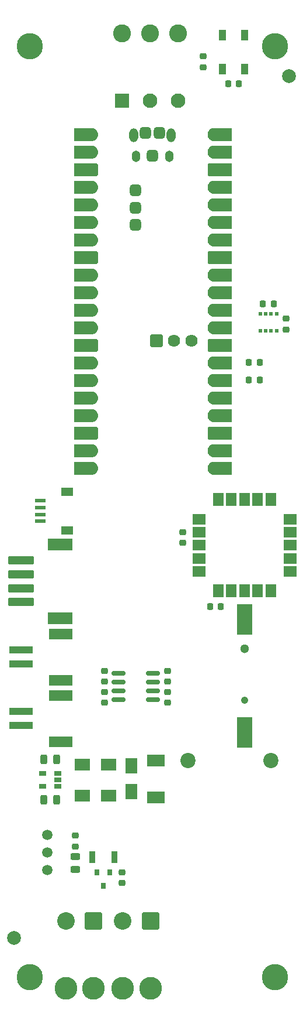
<source format=gbr>
%TF.GenerationSoftware,KiCad,Pcbnew,8.0.1-rc1*%
%TF.CreationDate,2024-06-07T10:26:59-05:00*%
%TF.ProjectId,Cutdown,43757464-6f77-46e2-9e6b-696361645f70,2.0.0*%
%TF.SameCoordinates,Original*%
%TF.FileFunction,Soldermask,Top*%
%TF.FilePolarity,Negative*%
%FSLAX46Y46*%
G04 Gerber Fmt 4.6, Leading zero omitted, Abs format (unit mm)*
G04 Created by KiCad (PCBNEW 8.0.1-rc1) date 2024-06-07 10:26:59*
%MOMM*%
%LPD*%
G01*
G04 APERTURE LIST*
G04 Aperture macros list*
%AMRoundRect*
0 Rectangle with rounded corners*
0 $1 Rounding radius*
0 $2 $3 $4 $5 $6 $7 $8 $9 X,Y pos of 4 corners*
0 Add a 4 corners polygon primitive as box body*
4,1,4,$2,$3,$4,$5,$6,$7,$8,$9,$2,$3,0*
0 Add four circle primitives for the rounded corners*
1,1,$1+$1,$2,$3*
1,1,$1+$1,$4,$5*
1,1,$1+$1,$6,$7*
1,1,$1+$1,$8,$9*
0 Add four rect primitives between the rounded corners*
20,1,$1+$1,$2,$3,$4,$5,0*
20,1,$1+$1,$4,$5,$6,$7,0*
20,1,$1+$1,$6,$7,$8,$9,0*
20,1,$1+$1,$8,$9,$2,$3,0*%
G04 Aperture macros list end*
%ADD10C,0.010000*%
%ADD11RoundRect,0.218750X0.218750X0.256250X-0.218750X0.256250X-0.218750X-0.256250X0.218750X-0.256250X0*%
%ADD12RoundRect,0.218750X-0.256250X0.218750X-0.256250X-0.218750X0.256250X-0.218750X0.256250X0.218750X0*%
%ADD13R,1.800000X1.200000*%
%ADD14R,1.550000X0.600000*%
%ADD15R,3.500000X1.000000*%
%ADD16R,3.400000X1.500000*%
%ADD17C,2.200000*%
%ADD18RoundRect,0.218750X-0.218750X-0.256250X0.218750X-0.256250X0.218750X0.256250X-0.218750X0.256250X0*%
%ADD19C,3.302000*%
%ADD20RoundRect,0.302260X-0.967740X-0.967740X0.967740X-0.967740X0.967740X0.967740X-0.967740X0.967740X0*%
%ADD21C,2.540000*%
%ADD22RoundRect,0.218750X0.256250X-0.218750X0.256250X0.218750X-0.256250X0.218750X-0.256250X-0.218750X0*%
%ADD23R,0.800000X0.900000*%
%ADD24R,2.616200X1.752600*%
%ADD25R,1.000000X1.500000*%
%ADD26RoundRect,0.102000X-1.750000X0.500000X-1.750000X-0.500000X1.750000X-0.500000X1.750000X0.500000X0*%
%ADD27RoundRect,0.102000X-1.700000X0.750000X-1.700000X-0.750000X1.700000X-0.750000X1.700000X0.750000X0*%
%ADD28C,1.498600*%
%ADD29RoundRect,0.243750X-0.243750X-0.456250X0.243750X-0.456250X0.243750X0.456250X-0.243750X0.456250X0*%
%ADD30C,2.000000*%
%ADD31RoundRect,0.243750X0.243750X0.456250X-0.243750X0.456250X-0.243750X-0.456250X0.243750X-0.456250X0*%
%ADD32RoundRect,0.000001X0.750000X-0.900000X0.750000X0.900000X-0.750000X0.900000X-0.750000X-0.900000X0*%
%ADD33RoundRect,0.000001X0.900000X-0.750000X0.900000X0.750000X-0.900000X0.750000X-0.900000X-0.750000X0*%
%ADD34RoundRect,0.150000X-0.825000X-0.150000X0.825000X-0.150000X0.825000X0.150000X-0.825000X0.150000X0*%
%ADD35R,0.900000X1.700000*%
%ADD36R,0.882000X1.700000*%
%ADD37C,1.050000*%
%ADD38C,1.300000*%
%ADD39R,2.300000X4.500000*%
%ADD40C,3.810000*%
%ADD41RoundRect,0.076200X-0.200000X0.200000X-0.200000X-0.200000X0.200000X-0.200000X0.200000X0.200000X0*%
%ADD42O,1.304000X2.004000*%
%ADD43O,1.254000X1.654000*%
%ADD44RoundRect,0.102000X-0.787400X-0.787400X0.787400X-0.787400X0.787400X0.787400X-0.787400X0.787400X0*%
%ADD45C,1.778800*%
%ADD46RoundRect,0.511200X-0.340800X-0.340800X0.340800X-0.340800X0.340800X0.340800X-0.340800X0.340800X0*%
%ADD47R,2.184400X1.701800*%
%ADD48RoundRect,0.243750X0.456250X-0.243750X0.456250X0.243750X-0.456250X0.243750X-0.456250X-0.243750X0*%
%ADD49C,2.600000*%
%ADD50RoundRect,0.249900X0.800100X0.800100X-0.800100X0.800100X-0.800100X-0.800100X0.800100X-0.800100X0*%
%ADD51C,2.100000*%
%ADD52R,1.060000X0.650000*%
%ADD53R,1.701800X2.184400*%
G04 APERTURE END LIST*
D10*
%TO.C,U5*%
X74977000Y-46091000D02*
X75024000Y-46095000D01*
X75071000Y-46101000D01*
X75117000Y-46110000D01*
X75163000Y-46121000D01*
X75208000Y-46134000D01*
X75253000Y-46150000D01*
X75296000Y-46168000D01*
X75339000Y-46188000D01*
X75380000Y-46211000D01*
X75420000Y-46235000D01*
X75459000Y-46262000D01*
X75496000Y-46291000D01*
X75532000Y-46321000D01*
X75566000Y-46354000D01*
X75599000Y-46388000D01*
X75629000Y-46424000D01*
X75658000Y-46461000D01*
X75685000Y-46500000D01*
X75709000Y-46540000D01*
X75732000Y-46581000D01*
X75752000Y-46624000D01*
X75770000Y-46667000D01*
X75786000Y-46712000D01*
X75799000Y-46757000D01*
X75810000Y-46803000D01*
X75819000Y-46849000D01*
X75825000Y-46896000D01*
X75829000Y-46943000D01*
X75830000Y-46990000D01*
X75829000Y-47037000D01*
X75825000Y-47084000D01*
X75819000Y-47131000D01*
X75810000Y-47177000D01*
X75799000Y-47223000D01*
X75786000Y-47268000D01*
X75770000Y-47313000D01*
X75752000Y-47356000D01*
X75732000Y-47399000D01*
X75709000Y-47440000D01*
X75685000Y-47480000D01*
X75658000Y-47519000D01*
X75629000Y-47556000D01*
X75599000Y-47592000D01*
X75566000Y-47626000D01*
X75532000Y-47659000D01*
X75496000Y-47689000D01*
X75459000Y-47718000D01*
X75420000Y-47745000D01*
X75380000Y-47769000D01*
X75339000Y-47792000D01*
X75296000Y-47812000D01*
X75253000Y-47830000D01*
X75208000Y-47846000D01*
X75163000Y-47859000D01*
X75117000Y-47870000D01*
X75071000Y-47879000D01*
X75024000Y-47885000D01*
X74977000Y-47889000D01*
X74930000Y-47890000D01*
X72430000Y-47890000D01*
X72430000Y-46090000D01*
X74930000Y-46090000D01*
X74977000Y-46091000D01*
G36*
X74977000Y-46091000D02*
G01*
X75024000Y-46095000D01*
X75071000Y-46101000D01*
X75117000Y-46110000D01*
X75163000Y-46121000D01*
X75208000Y-46134000D01*
X75253000Y-46150000D01*
X75296000Y-46168000D01*
X75339000Y-46188000D01*
X75380000Y-46211000D01*
X75420000Y-46235000D01*
X75459000Y-46262000D01*
X75496000Y-46291000D01*
X75532000Y-46321000D01*
X75566000Y-46354000D01*
X75599000Y-46388000D01*
X75629000Y-46424000D01*
X75658000Y-46461000D01*
X75685000Y-46500000D01*
X75709000Y-46540000D01*
X75732000Y-46581000D01*
X75752000Y-46624000D01*
X75770000Y-46667000D01*
X75786000Y-46712000D01*
X75799000Y-46757000D01*
X75810000Y-46803000D01*
X75819000Y-46849000D01*
X75825000Y-46896000D01*
X75829000Y-46943000D01*
X75830000Y-46990000D01*
X75829000Y-47037000D01*
X75825000Y-47084000D01*
X75819000Y-47131000D01*
X75810000Y-47177000D01*
X75799000Y-47223000D01*
X75786000Y-47268000D01*
X75770000Y-47313000D01*
X75752000Y-47356000D01*
X75732000Y-47399000D01*
X75709000Y-47440000D01*
X75685000Y-47480000D01*
X75658000Y-47519000D01*
X75629000Y-47556000D01*
X75599000Y-47592000D01*
X75566000Y-47626000D01*
X75532000Y-47659000D01*
X75496000Y-47689000D01*
X75459000Y-47718000D01*
X75420000Y-47745000D01*
X75380000Y-47769000D01*
X75339000Y-47792000D01*
X75296000Y-47812000D01*
X75253000Y-47830000D01*
X75208000Y-47846000D01*
X75163000Y-47859000D01*
X75117000Y-47870000D01*
X75071000Y-47879000D01*
X75024000Y-47885000D01*
X74977000Y-47889000D01*
X74930000Y-47890000D01*
X72430000Y-47890000D01*
X72430000Y-46090000D01*
X74930000Y-46090000D01*
X74977000Y-46091000D01*
G37*
X74977000Y-48631000D02*
X75024000Y-48635000D01*
X75071000Y-48641000D01*
X75117000Y-48650000D01*
X75163000Y-48661000D01*
X75208000Y-48674000D01*
X75253000Y-48690000D01*
X75296000Y-48708000D01*
X75339000Y-48728000D01*
X75380000Y-48751000D01*
X75420000Y-48775000D01*
X75459000Y-48802000D01*
X75496000Y-48831000D01*
X75532000Y-48861000D01*
X75566000Y-48894000D01*
X75599000Y-48928000D01*
X75629000Y-48964000D01*
X75658000Y-49001000D01*
X75685000Y-49040000D01*
X75709000Y-49080000D01*
X75732000Y-49121000D01*
X75752000Y-49164000D01*
X75770000Y-49207000D01*
X75786000Y-49252000D01*
X75799000Y-49297000D01*
X75810000Y-49343000D01*
X75819000Y-49389000D01*
X75825000Y-49436000D01*
X75829000Y-49483000D01*
X75830000Y-49530000D01*
X75829000Y-49577000D01*
X75825000Y-49624000D01*
X75819000Y-49671000D01*
X75810000Y-49717000D01*
X75799000Y-49763000D01*
X75786000Y-49808000D01*
X75770000Y-49853000D01*
X75752000Y-49896000D01*
X75732000Y-49939000D01*
X75709000Y-49980000D01*
X75685000Y-50020000D01*
X75658000Y-50059000D01*
X75629000Y-50096000D01*
X75599000Y-50132000D01*
X75566000Y-50166000D01*
X75532000Y-50199000D01*
X75496000Y-50229000D01*
X75459000Y-50258000D01*
X75420000Y-50285000D01*
X75380000Y-50309000D01*
X75339000Y-50332000D01*
X75296000Y-50352000D01*
X75253000Y-50370000D01*
X75208000Y-50386000D01*
X75163000Y-50399000D01*
X75117000Y-50410000D01*
X75071000Y-50419000D01*
X75024000Y-50425000D01*
X74977000Y-50429000D01*
X74930000Y-50430000D01*
X72430000Y-50430000D01*
X72430000Y-48630000D01*
X74930000Y-48630000D01*
X74977000Y-48631000D01*
G36*
X74977000Y-48631000D02*
G01*
X75024000Y-48635000D01*
X75071000Y-48641000D01*
X75117000Y-48650000D01*
X75163000Y-48661000D01*
X75208000Y-48674000D01*
X75253000Y-48690000D01*
X75296000Y-48708000D01*
X75339000Y-48728000D01*
X75380000Y-48751000D01*
X75420000Y-48775000D01*
X75459000Y-48802000D01*
X75496000Y-48831000D01*
X75532000Y-48861000D01*
X75566000Y-48894000D01*
X75599000Y-48928000D01*
X75629000Y-48964000D01*
X75658000Y-49001000D01*
X75685000Y-49040000D01*
X75709000Y-49080000D01*
X75732000Y-49121000D01*
X75752000Y-49164000D01*
X75770000Y-49207000D01*
X75786000Y-49252000D01*
X75799000Y-49297000D01*
X75810000Y-49343000D01*
X75819000Y-49389000D01*
X75825000Y-49436000D01*
X75829000Y-49483000D01*
X75830000Y-49530000D01*
X75829000Y-49577000D01*
X75825000Y-49624000D01*
X75819000Y-49671000D01*
X75810000Y-49717000D01*
X75799000Y-49763000D01*
X75786000Y-49808000D01*
X75770000Y-49853000D01*
X75752000Y-49896000D01*
X75732000Y-49939000D01*
X75709000Y-49980000D01*
X75685000Y-50020000D01*
X75658000Y-50059000D01*
X75629000Y-50096000D01*
X75599000Y-50132000D01*
X75566000Y-50166000D01*
X75532000Y-50199000D01*
X75496000Y-50229000D01*
X75459000Y-50258000D01*
X75420000Y-50285000D01*
X75380000Y-50309000D01*
X75339000Y-50332000D01*
X75296000Y-50352000D01*
X75253000Y-50370000D01*
X75208000Y-50386000D01*
X75163000Y-50399000D01*
X75117000Y-50410000D01*
X75071000Y-50419000D01*
X75024000Y-50425000D01*
X74977000Y-50429000D01*
X74930000Y-50430000D01*
X72430000Y-50430000D01*
X72430000Y-48630000D01*
X74930000Y-48630000D01*
X74977000Y-48631000D01*
G37*
X74977000Y-53711000D02*
X75024000Y-53715000D01*
X75071000Y-53721000D01*
X75117000Y-53730000D01*
X75163000Y-53741000D01*
X75208000Y-53754000D01*
X75253000Y-53770000D01*
X75296000Y-53788000D01*
X75339000Y-53808000D01*
X75380000Y-53831000D01*
X75420000Y-53855000D01*
X75459000Y-53882000D01*
X75496000Y-53911000D01*
X75532000Y-53941000D01*
X75566000Y-53974000D01*
X75599000Y-54008000D01*
X75629000Y-54044000D01*
X75658000Y-54081000D01*
X75685000Y-54120000D01*
X75709000Y-54160000D01*
X75732000Y-54201000D01*
X75752000Y-54244000D01*
X75770000Y-54287000D01*
X75786000Y-54332000D01*
X75799000Y-54377000D01*
X75810000Y-54423000D01*
X75819000Y-54469000D01*
X75825000Y-54516000D01*
X75829000Y-54563000D01*
X75830000Y-54610000D01*
X75829000Y-54657000D01*
X75825000Y-54704000D01*
X75819000Y-54751000D01*
X75810000Y-54797000D01*
X75799000Y-54843000D01*
X75786000Y-54888000D01*
X75770000Y-54933000D01*
X75752000Y-54976000D01*
X75732000Y-55019000D01*
X75709000Y-55060000D01*
X75685000Y-55100000D01*
X75658000Y-55139000D01*
X75629000Y-55176000D01*
X75599000Y-55212000D01*
X75566000Y-55246000D01*
X75532000Y-55279000D01*
X75496000Y-55309000D01*
X75459000Y-55338000D01*
X75420000Y-55365000D01*
X75380000Y-55389000D01*
X75339000Y-55412000D01*
X75296000Y-55432000D01*
X75253000Y-55450000D01*
X75208000Y-55466000D01*
X75163000Y-55479000D01*
X75117000Y-55490000D01*
X75071000Y-55499000D01*
X75024000Y-55505000D01*
X74977000Y-55509000D01*
X74930000Y-55510000D01*
X72430000Y-55510000D01*
X72430000Y-53710000D01*
X74930000Y-53710000D01*
X74977000Y-53711000D01*
G36*
X74977000Y-53711000D02*
G01*
X75024000Y-53715000D01*
X75071000Y-53721000D01*
X75117000Y-53730000D01*
X75163000Y-53741000D01*
X75208000Y-53754000D01*
X75253000Y-53770000D01*
X75296000Y-53788000D01*
X75339000Y-53808000D01*
X75380000Y-53831000D01*
X75420000Y-53855000D01*
X75459000Y-53882000D01*
X75496000Y-53911000D01*
X75532000Y-53941000D01*
X75566000Y-53974000D01*
X75599000Y-54008000D01*
X75629000Y-54044000D01*
X75658000Y-54081000D01*
X75685000Y-54120000D01*
X75709000Y-54160000D01*
X75732000Y-54201000D01*
X75752000Y-54244000D01*
X75770000Y-54287000D01*
X75786000Y-54332000D01*
X75799000Y-54377000D01*
X75810000Y-54423000D01*
X75819000Y-54469000D01*
X75825000Y-54516000D01*
X75829000Y-54563000D01*
X75830000Y-54610000D01*
X75829000Y-54657000D01*
X75825000Y-54704000D01*
X75819000Y-54751000D01*
X75810000Y-54797000D01*
X75799000Y-54843000D01*
X75786000Y-54888000D01*
X75770000Y-54933000D01*
X75752000Y-54976000D01*
X75732000Y-55019000D01*
X75709000Y-55060000D01*
X75685000Y-55100000D01*
X75658000Y-55139000D01*
X75629000Y-55176000D01*
X75599000Y-55212000D01*
X75566000Y-55246000D01*
X75532000Y-55279000D01*
X75496000Y-55309000D01*
X75459000Y-55338000D01*
X75420000Y-55365000D01*
X75380000Y-55389000D01*
X75339000Y-55412000D01*
X75296000Y-55432000D01*
X75253000Y-55450000D01*
X75208000Y-55466000D01*
X75163000Y-55479000D01*
X75117000Y-55490000D01*
X75071000Y-55499000D01*
X75024000Y-55505000D01*
X74977000Y-55509000D01*
X74930000Y-55510000D01*
X72430000Y-55510000D01*
X72430000Y-53710000D01*
X74930000Y-53710000D01*
X74977000Y-53711000D01*
G37*
X74977000Y-56251000D02*
X75024000Y-56255000D01*
X75071000Y-56261000D01*
X75117000Y-56270000D01*
X75163000Y-56281000D01*
X75208000Y-56294000D01*
X75253000Y-56310000D01*
X75296000Y-56328000D01*
X75339000Y-56348000D01*
X75380000Y-56371000D01*
X75420000Y-56395000D01*
X75459000Y-56422000D01*
X75496000Y-56451000D01*
X75532000Y-56481000D01*
X75566000Y-56514000D01*
X75599000Y-56548000D01*
X75629000Y-56584000D01*
X75658000Y-56621000D01*
X75685000Y-56660000D01*
X75709000Y-56700000D01*
X75732000Y-56741000D01*
X75752000Y-56784000D01*
X75770000Y-56827000D01*
X75786000Y-56872000D01*
X75799000Y-56917000D01*
X75810000Y-56963000D01*
X75819000Y-57009000D01*
X75825000Y-57056000D01*
X75829000Y-57103000D01*
X75830000Y-57150000D01*
X75829000Y-57197000D01*
X75825000Y-57244000D01*
X75819000Y-57291000D01*
X75810000Y-57337000D01*
X75799000Y-57383000D01*
X75786000Y-57428000D01*
X75770000Y-57473000D01*
X75752000Y-57516000D01*
X75732000Y-57559000D01*
X75709000Y-57600000D01*
X75685000Y-57640000D01*
X75658000Y-57679000D01*
X75629000Y-57716000D01*
X75599000Y-57752000D01*
X75566000Y-57786000D01*
X75532000Y-57819000D01*
X75496000Y-57849000D01*
X75459000Y-57878000D01*
X75420000Y-57905000D01*
X75380000Y-57929000D01*
X75339000Y-57952000D01*
X75296000Y-57972000D01*
X75253000Y-57990000D01*
X75208000Y-58006000D01*
X75163000Y-58019000D01*
X75117000Y-58030000D01*
X75071000Y-58039000D01*
X75024000Y-58045000D01*
X74977000Y-58049000D01*
X74930000Y-58050000D01*
X72430000Y-58050000D01*
X72430000Y-56250000D01*
X74930000Y-56250000D01*
X74977000Y-56251000D01*
G36*
X74977000Y-56251000D02*
G01*
X75024000Y-56255000D01*
X75071000Y-56261000D01*
X75117000Y-56270000D01*
X75163000Y-56281000D01*
X75208000Y-56294000D01*
X75253000Y-56310000D01*
X75296000Y-56328000D01*
X75339000Y-56348000D01*
X75380000Y-56371000D01*
X75420000Y-56395000D01*
X75459000Y-56422000D01*
X75496000Y-56451000D01*
X75532000Y-56481000D01*
X75566000Y-56514000D01*
X75599000Y-56548000D01*
X75629000Y-56584000D01*
X75658000Y-56621000D01*
X75685000Y-56660000D01*
X75709000Y-56700000D01*
X75732000Y-56741000D01*
X75752000Y-56784000D01*
X75770000Y-56827000D01*
X75786000Y-56872000D01*
X75799000Y-56917000D01*
X75810000Y-56963000D01*
X75819000Y-57009000D01*
X75825000Y-57056000D01*
X75829000Y-57103000D01*
X75830000Y-57150000D01*
X75829000Y-57197000D01*
X75825000Y-57244000D01*
X75819000Y-57291000D01*
X75810000Y-57337000D01*
X75799000Y-57383000D01*
X75786000Y-57428000D01*
X75770000Y-57473000D01*
X75752000Y-57516000D01*
X75732000Y-57559000D01*
X75709000Y-57600000D01*
X75685000Y-57640000D01*
X75658000Y-57679000D01*
X75629000Y-57716000D01*
X75599000Y-57752000D01*
X75566000Y-57786000D01*
X75532000Y-57819000D01*
X75496000Y-57849000D01*
X75459000Y-57878000D01*
X75420000Y-57905000D01*
X75380000Y-57929000D01*
X75339000Y-57952000D01*
X75296000Y-57972000D01*
X75253000Y-57990000D01*
X75208000Y-58006000D01*
X75163000Y-58019000D01*
X75117000Y-58030000D01*
X75071000Y-58039000D01*
X75024000Y-58045000D01*
X74977000Y-58049000D01*
X74930000Y-58050000D01*
X72430000Y-58050000D01*
X72430000Y-56250000D01*
X74930000Y-56250000D01*
X74977000Y-56251000D01*
G37*
X74977000Y-58791000D02*
X75024000Y-58795000D01*
X75071000Y-58801000D01*
X75117000Y-58810000D01*
X75163000Y-58821000D01*
X75208000Y-58834000D01*
X75253000Y-58850000D01*
X75296000Y-58868000D01*
X75339000Y-58888000D01*
X75380000Y-58911000D01*
X75420000Y-58935000D01*
X75459000Y-58962000D01*
X75496000Y-58991000D01*
X75532000Y-59021000D01*
X75566000Y-59054000D01*
X75599000Y-59088000D01*
X75629000Y-59124000D01*
X75658000Y-59161000D01*
X75685000Y-59200000D01*
X75709000Y-59240000D01*
X75732000Y-59281000D01*
X75752000Y-59324000D01*
X75770000Y-59367000D01*
X75786000Y-59412000D01*
X75799000Y-59457000D01*
X75810000Y-59503000D01*
X75819000Y-59549000D01*
X75825000Y-59596000D01*
X75829000Y-59643000D01*
X75830000Y-59690000D01*
X75829000Y-59737000D01*
X75825000Y-59784000D01*
X75819000Y-59831000D01*
X75810000Y-59877000D01*
X75799000Y-59923000D01*
X75786000Y-59968000D01*
X75770000Y-60013000D01*
X75752000Y-60056000D01*
X75732000Y-60099000D01*
X75709000Y-60140000D01*
X75685000Y-60180000D01*
X75658000Y-60219000D01*
X75629000Y-60256000D01*
X75599000Y-60292000D01*
X75566000Y-60326000D01*
X75532000Y-60359000D01*
X75496000Y-60389000D01*
X75459000Y-60418000D01*
X75420000Y-60445000D01*
X75380000Y-60469000D01*
X75339000Y-60492000D01*
X75296000Y-60512000D01*
X75253000Y-60530000D01*
X75208000Y-60546000D01*
X75163000Y-60559000D01*
X75117000Y-60570000D01*
X75071000Y-60579000D01*
X75024000Y-60585000D01*
X74977000Y-60589000D01*
X74930000Y-60590000D01*
X72430000Y-60590000D01*
X72430000Y-58790000D01*
X74930000Y-58790000D01*
X74977000Y-58791000D01*
G36*
X74977000Y-58791000D02*
G01*
X75024000Y-58795000D01*
X75071000Y-58801000D01*
X75117000Y-58810000D01*
X75163000Y-58821000D01*
X75208000Y-58834000D01*
X75253000Y-58850000D01*
X75296000Y-58868000D01*
X75339000Y-58888000D01*
X75380000Y-58911000D01*
X75420000Y-58935000D01*
X75459000Y-58962000D01*
X75496000Y-58991000D01*
X75532000Y-59021000D01*
X75566000Y-59054000D01*
X75599000Y-59088000D01*
X75629000Y-59124000D01*
X75658000Y-59161000D01*
X75685000Y-59200000D01*
X75709000Y-59240000D01*
X75732000Y-59281000D01*
X75752000Y-59324000D01*
X75770000Y-59367000D01*
X75786000Y-59412000D01*
X75799000Y-59457000D01*
X75810000Y-59503000D01*
X75819000Y-59549000D01*
X75825000Y-59596000D01*
X75829000Y-59643000D01*
X75830000Y-59690000D01*
X75829000Y-59737000D01*
X75825000Y-59784000D01*
X75819000Y-59831000D01*
X75810000Y-59877000D01*
X75799000Y-59923000D01*
X75786000Y-59968000D01*
X75770000Y-60013000D01*
X75752000Y-60056000D01*
X75732000Y-60099000D01*
X75709000Y-60140000D01*
X75685000Y-60180000D01*
X75658000Y-60219000D01*
X75629000Y-60256000D01*
X75599000Y-60292000D01*
X75566000Y-60326000D01*
X75532000Y-60359000D01*
X75496000Y-60389000D01*
X75459000Y-60418000D01*
X75420000Y-60445000D01*
X75380000Y-60469000D01*
X75339000Y-60492000D01*
X75296000Y-60512000D01*
X75253000Y-60530000D01*
X75208000Y-60546000D01*
X75163000Y-60559000D01*
X75117000Y-60570000D01*
X75071000Y-60579000D01*
X75024000Y-60585000D01*
X74977000Y-60589000D01*
X74930000Y-60590000D01*
X72430000Y-60590000D01*
X72430000Y-58790000D01*
X74930000Y-58790000D01*
X74977000Y-58791000D01*
G37*
X74977000Y-61331000D02*
X75024000Y-61335000D01*
X75071000Y-61341000D01*
X75117000Y-61350000D01*
X75163000Y-61361000D01*
X75208000Y-61374000D01*
X75253000Y-61390000D01*
X75296000Y-61408000D01*
X75339000Y-61428000D01*
X75380000Y-61451000D01*
X75420000Y-61475000D01*
X75459000Y-61502000D01*
X75496000Y-61531000D01*
X75532000Y-61561000D01*
X75566000Y-61594000D01*
X75599000Y-61628000D01*
X75629000Y-61664000D01*
X75658000Y-61701000D01*
X75685000Y-61740000D01*
X75709000Y-61780000D01*
X75732000Y-61821000D01*
X75752000Y-61864000D01*
X75770000Y-61907000D01*
X75786000Y-61952000D01*
X75799000Y-61997000D01*
X75810000Y-62043000D01*
X75819000Y-62089000D01*
X75825000Y-62136000D01*
X75829000Y-62183000D01*
X75830000Y-62230000D01*
X75829000Y-62277000D01*
X75825000Y-62324000D01*
X75819000Y-62371000D01*
X75810000Y-62417000D01*
X75799000Y-62463000D01*
X75786000Y-62508000D01*
X75770000Y-62553000D01*
X75752000Y-62596000D01*
X75732000Y-62639000D01*
X75709000Y-62680000D01*
X75685000Y-62720000D01*
X75658000Y-62759000D01*
X75629000Y-62796000D01*
X75599000Y-62832000D01*
X75566000Y-62866000D01*
X75532000Y-62899000D01*
X75496000Y-62929000D01*
X75459000Y-62958000D01*
X75420000Y-62985000D01*
X75380000Y-63009000D01*
X75339000Y-63032000D01*
X75296000Y-63052000D01*
X75253000Y-63070000D01*
X75208000Y-63086000D01*
X75163000Y-63099000D01*
X75117000Y-63110000D01*
X75071000Y-63119000D01*
X75024000Y-63125000D01*
X74977000Y-63129000D01*
X74930000Y-63130000D01*
X72430000Y-63130000D01*
X72430000Y-61330000D01*
X74930000Y-61330000D01*
X74977000Y-61331000D01*
G36*
X74977000Y-61331000D02*
G01*
X75024000Y-61335000D01*
X75071000Y-61341000D01*
X75117000Y-61350000D01*
X75163000Y-61361000D01*
X75208000Y-61374000D01*
X75253000Y-61390000D01*
X75296000Y-61408000D01*
X75339000Y-61428000D01*
X75380000Y-61451000D01*
X75420000Y-61475000D01*
X75459000Y-61502000D01*
X75496000Y-61531000D01*
X75532000Y-61561000D01*
X75566000Y-61594000D01*
X75599000Y-61628000D01*
X75629000Y-61664000D01*
X75658000Y-61701000D01*
X75685000Y-61740000D01*
X75709000Y-61780000D01*
X75732000Y-61821000D01*
X75752000Y-61864000D01*
X75770000Y-61907000D01*
X75786000Y-61952000D01*
X75799000Y-61997000D01*
X75810000Y-62043000D01*
X75819000Y-62089000D01*
X75825000Y-62136000D01*
X75829000Y-62183000D01*
X75830000Y-62230000D01*
X75829000Y-62277000D01*
X75825000Y-62324000D01*
X75819000Y-62371000D01*
X75810000Y-62417000D01*
X75799000Y-62463000D01*
X75786000Y-62508000D01*
X75770000Y-62553000D01*
X75752000Y-62596000D01*
X75732000Y-62639000D01*
X75709000Y-62680000D01*
X75685000Y-62720000D01*
X75658000Y-62759000D01*
X75629000Y-62796000D01*
X75599000Y-62832000D01*
X75566000Y-62866000D01*
X75532000Y-62899000D01*
X75496000Y-62929000D01*
X75459000Y-62958000D01*
X75420000Y-62985000D01*
X75380000Y-63009000D01*
X75339000Y-63032000D01*
X75296000Y-63052000D01*
X75253000Y-63070000D01*
X75208000Y-63086000D01*
X75163000Y-63099000D01*
X75117000Y-63110000D01*
X75071000Y-63119000D01*
X75024000Y-63125000D01*
X74977000Y-63129000D01*
X74930000Y-63130000D01*
X72430000Y-63130000D01*
X72430000Y-61330000D01*
X74930000Y-61330000D01*
X74977000Y-61331000D01*
G37*
X74977000Y-66411000D02*
X75024000Y-66415000D01*
X75071000Y-66421000D01*
X75117000Y-66430000D01*
X75163000Y-66441000D01*
X75208000Y-66454000D01*
X75253000Y-66470000D01*
X75296000Y-66488000D01*
X75339000Y-66508000D01*
X75380000Y-66531000D01*
X75420000Y-66555000D01*
X75459000Y-66582000D01*
X75496000Y-66611000D01*
X75532000Y-66641000D01*
X75566000Y-66674000D01*
X75599000Y-66708000D01*
X75629000Y-66744000D01*
X75658000Y-66781000D01*
X75685000Y-66820000D01*
X75709000Y-66860000D01*
X75732000Y-66901000D01*
X75752000Y-66944000D01*
X75770000Y-66987000D01*
X75786000Y-67032000D01*
X75799000Y-67077000D01*
X75810000Y-67123000D01*
X75819000Y-67169000D01*
X75825000Y-67216000D01*
X75829000Y-67263000D01*
X75830000Y-67310000D01*
X75829000Y-67357000D01*
X75825000Y-67404000D01*
X75819000Y-67451000D01*
X75810000Y-67497000D01*
X75799000Y-67543000D01*
X75786000Y-67588000D01*
X75770000Y-67633000D01*
X75752000Y-67676000D01*
X75732000Y-67719000D01*
X75709000Y-67760000D01*
X75685000Y-67800000D01*
X75658000Y-67839000D01*
X75629000Y-67876000D01*
X75599000Y-67912000D01*
X75566000Y-67946000D01*
X75532000Y-67979000D01*
X75496000Y-68009000D01*
X75459000Y-68038000D01*
X75420000Y-68065000D01*
X75380000Y-68089000D01*
X75339000Y-68112000D01*
X75296000Y-68132000D01*
X75253000Y-68150000D01*
X75208000Y-68166000D01*
X75163000Y-68179000D01*
X75117000Y-68190000D01*
X75071000Y-68199000D01*
X75024000Y-68205000D01*
X74977000Y-68209000D01*
X74930000Y-68210000D01*
X72430000Y-68210000D01*
X72430000Y-66410000D01*
X74930000Y-66410000D01*
X74977000Y-66411000D01*
G36*
X74977000Y-66411000D02*
G01*
X75024000Y-66415000D01*
X75071000Y-66421000D01*
X75117000Y-66430000D01*
X75163000Y-66441000D01*
X75208000Y-66454000D01*
X75253000Y-66470000D01*
X75296000Y-66488000D01*
X75339000Y-66508000D01*
X75380000Y-66531000D01*
X75420000Y-66555000D01*
X75459000Y-66582000D01*
X75496000Y-66611000D01*
X75532000Y-66641000D01*
X75566000Y-66674000D01*
X75599000Y-66708000D01*
X75629000Y-66744000D01*
X75658000Y-66781000D01*
X75685000Y-66820000D01*
X75709000Y-66860000D01*
X75732000Y-66901000D01*
X75752000Y-66944000D01*
X75770000Y-66987000D01*
X75786000Y-67032000D01*
X75799000Y-67077000D01*
X75810000Y-67123000D01*
X75819000Y-67169000D01*
X75825000Y-67216000D01*
X75829000Y-67263000D01*
X75830000Y-67310000D01*
X75829000Y-67357000D01*
X75825000Y-67404000D01*
X75819000Y-67451000D01*
X75810000Y-67497000D01*
X75799000Y-67543000D01*
X75786000Y-67588000D01*
X75770000Y-67633000D01*
X75752000Y-67676000D01*
X75732000Y-67719000D01*
X75709000Y-67760000D01*
X75685000Y-67800000D01*
X75658000Y-67839000D01*
X75629000Y-67876000D01*
X75599000Y-67912000D01*
X75566000Y-67946000D01*
X75532000Y-67979000D01*
X75496000Y-68009000D01*
X75459000Y-68038000D01*
X75420000Y-68065000D01*
X75380000Y-68089000D01*
X75339000Y-68112000D01*
X75296000Y-68132000D01*
X75253000Y-68150000D01*
X75208000Y-68166000D01*
X75163000Y-68179000D01*
X75117000Y-68190000D01*
X75071000Y-68199000D01*
X75024000Y-68205000D01*
X74977000Y-68209000D01*
X74930000Y-68210000D01*
X72430000Y-68210000D01*
X72430000Y-66410000D01*
X74930000Y-66410000D01*
X74977000Y-66411000D01*
G37*
X74977000Y-68951000D02*
X75024000Y-68955000D01*
X75071000Y-68961000D01*
X75117000Y-68970000D01*
X75163000Y-68981000D01*
X75208000Y-68994000D01*
X75253000Y-69010000D01*
X75296000Y-69028000D01*
X75339000Y-69048000D01*
X75380000Y-69071000D01*
X75420000Y-69095000D01*
X75459000Y-69122000D01*
X75496000Y-69151000D01*
X75532000Y-69181000D01*
X75566000Y-69214000D01*
X75599000Y-69248000D01*
X75629000Y-69284000D01*
X75658000Y-69321000D01*
X75685000Y-69360000D01*
X75709000Y-69400000D01*
X75732000Y-69441000D01*
X75752000Y-69484000D01*
X75770000Y-69527000D01*
X75786000Y-69572000D01*
X75799000Y-69617000D01*
X75810000Y-69663000D01*
X75819000Y-69709000D01*
X75825000Y-69756000D01*
X75829000Y-69803000D01*
X75830000Y-69850000D01*
X75829000Y-69897000D01*
X75825000Y-69944000D01*
X75819000Y-69991000D01*
X75810000Y-70037000D01*
X75799000Y-70083000D01*
X75786000Y-70128000D01*
X75770000Y-70173000D01*
X75752000Y-70216000D01*
X75732000Y-70259000D01*
X75709000Y-70300000D01*
X75685000Y-70340000D01*
X75658000Y-70379000D01*
X75629000Y-70416000D01*
X75599000Y-70452000D01*
X75566000Y-70486000D01*
X75532000Y-70519000D01*
X75496000Y-70549000D01*
X75459000Y-70578000D01*
X75420000Y-70605000D01*
X75380000Y-70629000D01*
X75339000Y-70652000D01*
X75296000Y-70672000D01*
X75253000Y-70690000D01*
X75208000Y-70706000D01*
X75163000Y-70719000D01*
X75117000Y-70730000D01*
X75071000Y-70739000D01*
X75024000Y-70745000D01*
X74977000Y-70749000D01*
X74930000Y-70750000D01*
X72430000Y-70750000D01*
X72430000Y-68950000D01*
X74930000Y-68950000D01*
X74977000Y-68951000D01*
G36*
X74977000Y-68951000D02*
G01*
X75024000Y-68955000D01*
X75071000Y-68961000D01*
X75117000Y-68970000D01*
X75163000Y-68981000D01*
X75208000Y-68994000D01*
X75253000Y-69010000D01*
X75296000Y-69028000D01*
X75339000Y-69048000D01*
X75380000Y-69071000D01*
X75420000Y-69095000D01*
X75459000Y-69122000D01*
X75496000Y-69151000D01*
X75532000Y-69181000D01*
X75566000Y-69214000D01*
X75599000Y-69248000D01*
X75629000Y-69284000D01*
X75658000Y-69321000D01*
X75685000Y-69360000D01*
X75709000Y-69400000D01*
X75732000Y-69441000D01*
X75752000Y-69484000D01*
X75770000Y-69527000D01*
X75786000Y-69572000D01*
X75799000Y-69617000D01*
X75810000Y-69663000D01*
X75819000Y-69709000D01*
X75825000Y-69756000D01*
X75829000Y-69803000D01*
X75830000Y-69850000D01*
X75829000Y-69897000D01*
X75825000Y-69944000D01*
X75819000Y-69991000D01*
X75810000Y-70037000D01*
X75799000Y-70083000D01*
X75786000Y-70128000D01*
X75770000Y-70173000D01*
X75752000Y-70216000D01*
X75732000Y-70259000D01*
X75709000Y-70300000D01*
X75685000Y-70340000D01*
X75658000Y-70379000D01*
X75629000Y-70416000D01*
X75599000Y-70452000D01*
X75566000Y-70486000D01*
X75532000Y-70519000D01*
X75496000Y-70549000D01*
X75459000Y-70578000D01*
X75420000Y-70605000D01*
X75380000Y-70629000D01*
X75339000Y-70652000D01*
X75296000Y-70672000D01*
X75253000Y-70690000D01*
X75208000Y-70706000D01*
X75163000Y-70719000D01*
X75117000Y-70730000D01*
X75071000Y-70739000D01*
X75024000Y-70745000D01*
X74977000Y-70749000D01*
X74930000Y-70750000D01*
X72430000Y-70750000D01*
X72430000Y-68950000D01*
X74930000Y-68950000D01*
X74977000Y-68951000D01*
G37*
X74977000Y-71491000D02*
X75024000Y-71495000D01*
X75071000Y-71501000D01*
X75117000Y-71510000D01*
X75163000Y-71521000D01*
X75208000Y-71534000D01*
X75253000Y-71550000D01*
X75296000Y-71568000D01*
X75339000Y-71588000D01*
X75380000Y-71611000D01*
X75420000Y-71635000D01*
X75459000Y-71662000D01*
X75496000Y-71691000D01*
X75532000Y-71721000D01*
X75566000Y-71754000D01*
X75599000Y-71788000D01*
X75629000Y-71824000D01*
X75658000Y-71861000D01*
X75685000Y-71900000D01*
X75709000Y-71940000D01*
X75732000Y-71981000D01*
X75752000Y-72024000D01*
X75770000Y-72067000D01*
X75786000Y-72112000D01*
X75799000Y-72157000D01*
X75810000Y-72203000D01*
X75819000Y-72249000D01*
X75825000Y-72296000D01*
X75829000Y-72343000D01*
X75830000Y-72390000D01*
X75829000Y-72437000D01*
X75825000Y-72484000D01*
X75819000Y-72531000D01*
X75810000Y-72577000D01*
X75799000Y-72623000D01*
X75786000Y-72668000D01*
X75770000Y-72713000D01*
X75752000Y-72756000D01*
X75732000Y-72799000D01*
X75709000Y-72840000D01*
X75685000Y-72880000D01*
X75658000Y-72919000D01*
X75629000Y-72956000D01*
X75599000Y-72992000D01*
X75566000Y-73026000D01*
X75532000Y-73059000D01*
X75496000Y-73089000D01*
X75459000Y-73118000D01*
X75420000Y-73145000D01*
X75380000Y-73169000D01*
X75339000Y-73192000D01*
X75296000Y-73212000D01*
X75253000Y-73230000D01*
X75208000Y-73246000D01*
X75163000Y-73259000D01*
X75117000Y-73270000D01*
X75071000Y-73279000D01*
X75024000Y-73285000D01*
X74977000Y-73289000D01*
X74930000Y-73290000D01*
X72430000Y-73290000D01*
X72430000Y-71490000D01*
X74930000Y-71490000D01*
X74977000Y-71491000D01*
G36*
X74977000Y-71491000D02*
G01*
X75024000Y-71495000D01*
X75071000Y-71501000D01*
X75117000Y-71510000D01*
X75163000Y-71521000D01*
X75208000Y-71534000D01*
X75253000Y-71550000D01*
X75296000Y-71568000D01*
X75339000Y-71588000D01*
X75380000Y-71611000D01*
X75420000Y-71635000D01*
X75459000Y-71662000D01*
X75496000Y-71691000D01*
X75532000Y-71721000D01*
X75566000Y-71754000D01*
X75599000Y-71788000D01*
X75629000Y-71824000D01*
X75658000Y-71861000D01*
X75685000Y-71900000D01*
X75709000Y-71940000D01*
X75732000Y-71981000D01*
X75752000Y-72024000D01*
X75770000Y-72067000D01*
X75786000Y-72112000D01*
X75799000Y-72157000D01*
X75810000Y-72203000D01*
X75819000Y-72249000D01*
X75825000Y-72296000D01*
X75829000Y-72343000D01*
X75830000Y-72390000D01*
X75829000Y-72437000D01*
X75825000Y-72484000D01*
X75819000Y-72531000D01*
X75810000Y-72577000D01*
X75799000Y-72623000D01*
X75786000Y-72668000D01*
X75770000Y-72713000D01*
X75752000Y-72756000D01*
X75732000Y-72799000D01*
X75709000Y-72840000D01*
X75685000Y-72880000D01*
X75658000Y-72919000D01*
X75629000Y-72956000D01*
X75599000Y-72992000D01*
X75566000Y-73026000D01*
X75532000Y-73059000D01*
X75496000Y-73089000D01*
X75459000Y-73118000D01*
X75420000Y-73145000D01*
X75380000Y-73169000D01*
X75339000Y-73192000D01*
X75296000Y-73212000D01*
X75253000Y-73230000D01*
X75208000Y-73246000D01*
X75163000Y-73259000D01*
X75117000Y-73270000D01*
X75071000Y-73279000D01*
X75024000Y-73285000D01*
X74977000Y-73289000D01*
X74930000Y-73290000D01*
X72430000Y-73290000D01*
X72430000Y-71490000D01*
X74930000Y-71490000D01*
X74977000Y-71491000D01*
G37*
X74977000Y-74031000D02*
X75024000Y-74035000D01*
X75071000Y-74041000D01*
X75117000Y-74050000D01*
X75163000Y-74061000D01*
X75208000Y-74074000D01*
X75253000Y-74090000D01*
X75296000Y-74108000D01*
X75339000Y-74128000D01*
X75380000Y-74151000D01*
X75420000Y-74175000D01*
X75459000Y-74202000D01*
X75496000Y-74231000D01*
X75532000Y-74261000D01*
X75566000Y-74294000D01*
X75599000Y-74328000D01*
X75629000Y-74364000D01*
X75658000Y-74401000D01*
X75685000Y-74440000D01*
X75709000Y-74480000D01*
X75732000Y-74521000D01*
X75752000Y-74564000D01*
X75770000Y-74607000D01*
X75786000Y-74652000D01*
X75799000Y-74697000D01*
X75810000Y-74743000D01*
X75819000Y-74789000D01*
X75825000Y-74836000D01*
X75829000Y-74883000D01*
X75830000Y-74930000D01*
X75829000Y-74977000D01*
X75825000Y-75024000D01*
X75819000Y-75071000D01*
X75810000Y-75117000D01*
X75799000Y-75163000D01*
X75786000Y-75208000D01*
X75770000Y-75253000D01*
X75752000Y-75296000D01*
X75732000Y-75339000D01*
X75709000Y-75380000D01*
X75685000Y-75420000D01*
X75658000Y-75459000D01*
X75629000Y-75496000D01*
X75599000Y-75532000D01*
X75566000Y-75566000D01*
X75532000Y-75599000D01*
X75496000Y-75629000D01*
X75459000Y-75658000D01*
X75420000Y-75685000D01*
X75380000Y-75709000D01*
X75339000Y-75732000D01*
X75296000Y-75752000D01*
X75253000Y-75770000D01*
X75208000Y-75786000D01*
X75163000Y-75799000D01*
X75117000Y-75810000D01*
X75071000Y-75819000D01*
X75024000Y-75825000D01*
X74977000Y-75829000D01*
X74930000Y-75830000D01*
X72430000Y-75830000D01*
X72430000Y-74030000D01*
X74930000Y-74030000D01*
X74977000Y-74031000D01*
G36*
X74977000Y-74031000D02*
G01*
X75024000Y-74035000D01*
X75071000Y-74041000D01*
X75117000Y-74050000D01*
X75163000Y-74061000D01*
X75208000Y-74074000D01*
X75253000Y-74090000D01*
X75296000Y-74108000D01*
X75339000Y-74128000D01*
X75380000Y-74151000D01*
X75420000Y-74175000D01*
X75459000Y-74202000D01*
X75496000Y-74231000D01*
X75532000Y-74261000D01*
X75566000Y-74294000D01*
X75599000Y-74328000D01*
X75629000Y-74364000D01*
X75658000Y-74401000D01*
X75685000Y-74440000D01*
X75709000Y-74480000D01*
X75732000Y-74521000D01*
X75752000Y-74564000D01*
X75770000Y-74607000D01*
X75786000Y-74652000D01*
X75799000Y-74697000D01*
X75810000Y-74743000D01*
X75819000Y-74789000D01*
X75825000Y-74836000D01*
X75829000Y-74883000D01*
X75830000Y-74930000D01*
X75829000Y-74977000D01*
X75825000Y-75024000D01*
X75819000Y-75071000D01*
X75810000Y-75117000D01*
X75799000Y-75163000D01*
X75786000Y-75208000D01*
X75770000Y-75253000D01*
X75752000Y-75296000D01*
X75732000Y-75339000D01*
X75709000Y-75380000D01*
X75685000Y-75420000D01*
X75658000Y-75459000D01*
X75629000Y-75496000D01*
X75599000Y-75532000D01*
X75566000Y-75566000D01*
X75532000Y-75599000D01*
X75496000Y-75629000D01*
X75459000Y-75658000D01*
X75420000Y-75685000D01*
X75380000Y-75709000D01*
X75339000Y-75732000D01*
X75296000Y-75752000D01*
X75253000Y-75770000D01*
X75208000Y-75786000D01*
X75163000Y-75799000D01*
X75117000Y-75810000D01*
X75071000Y-75819000D01*
X75024000Y-75825000D01*
X74977000Y-75829000D01*
X74930000Y-75830000D01*
X72430000Y-75830000D01*
X72430000Y-74030000D01*
X74930000Y-74030000D01*
X74977000Y-74031000D01*
G37*
X74977000Y-79111000D02*
X75024000Y-79115000D01*
X75071000Y-79121000D01*
X75117000Y-79130000D01*
X75163000Y-79141000D01*
X75208000Y-79154000D01*
X75253000Y-79170000D01*
X75296000Y-79188000D01*
X75339000Y-79208000D01*
X75380000Y-79231000D01*
X75420000Y-79255000D01*
X75459000Y-79282000D01*
X75496000Y-79311000D01*
X75532000Y-79341000D01*
X75566000Y-79374000D01*
X75599000Y-79408000D01*
X75629000Y-79444000D01*
X75658000Y-79481000D01*
X75685000Y-79520000D01*
X75709000Y-79560000D01*
X75732000Y-79601000D01*
X75752000Y-79644000D01*
X75770000Y-79687000D01*
X75786000Y-79732000D01*
X75799000Y-79777000D01*
X75810000Y-79823000D01*
X75819000Y-79869000D01*
X75825000Y-79916000D01*
X75829000Y-79963000D01*
X75830000Y-80010000D01*
X75829000Y-80057000D01*
X75825000Y-80104000D01*
X75819000Y-80151000D01*
X75810000Y-80197000D01*
X75799000Y-80243000D01*
X75786000Y-80288000D01*
X75770000Y-80333000D01*
X75752000Y-80376000D01*
X75732000Y-80419000D01*
X75709000Y-80460000D01*
X75685000Y-80500000D01*
X75658000Y-80539000D01*
X75629000Y-80576000D01*
X75599000Y-80612000D01*
X75566000Y-80646000D01*
X75532000Y-80679000D01*
X75496000Y-80709000D01*
X75459000Y-80738000D01*
X75420000Y-80765000D01*
X75380000Y-80789000D01*
X75339000Y-80812000D01*
X75296000Y-80832000D01*
X75253000Y-80850000D01*
X75208000Y-80866000D01*
X75163000Y-80879000D01*
X75117000Y-80890000D01*
X75071000Y-80899000D01*
X75024000Y-80905000D01*
X74977000Y-80909000D01*
X74930000Y-80910000D01*
X72430000Y-80910000D01*
X72430000Y-79110000D01*
X74930000Y-79110000D01*
X74977000Y-79111000D01*
G36*
X74977000Y-79111000D02*
G01*
X75024000Y-79115000D01*
X75071000Y-79121000D01*
X75117000Y-79130000D01*
X75163000Y-79141000D01*
X75208000Y-79154000D01*
X75253000Y-79170000D01*
X75296000Y-79188000D01*
X75339000Y-79208000D01*
X75380000Y-79231000D01*
X75420000Y-79255000D01*
X75459000Y-79282000D01*
X75496000Y-79311000D01*
X75532000Y-79341000D01*
X75566000Y-79374000D01*
X75599000Y-79408000D01*
X75629000Y-79444000D01*
X75658000Y-79481000D01*
X75685000Y-79520000D01*
X75709000Y-79560000D01*
X75732000Y-79601000D01*
X75752000Y-79644000D01*
X75770000Y-79687000D01*
X75786000Y-79732000D01*
X75799000Y-79777000D01*
X75810000Y-79823000D01*
X75819000Y-79869000D01*
X75825000Y-79916000D01*
X75829000Y-79963000D01*
X75830000Y-80010000D01*
X75829000Y-80057000D01*
X75825000Y-80104000D01*
X75819000Y-80151000D01*
X75810000Y-80197000D01*
X75799000Y-80243000D01*
X75786000Y-80288000D01*
X75770000Y-80333000D01*
X75752000Y-80376000D01*
X75732000Y-80419000D01*
X75709000Y-80460000D01*
X75685000Y-80500000D01*
X75658000Y-80539000D01*
X75629000Y-80576000D01*
X75599000Y-80612000D01*
X75566000Y-80646000D01*
X75532000Y-80679000D01*
X75496000Y-80709000D01*
X75459000Y-80738000D01*
X75420000Y-80765000D01*
X75380000Y-80789000D01*
X75339000Y-80812000D01*
X75296000Y-80832000D01*
X75253000Y-80850000D01*
X75208000Y-80866000D01*
X75163000Y-80879000D01*
X75117000Y-80890000D01*
X75071000Y-80899000D01*
X75024000Y-80905000D01*
X74977000Y-80909000D01*
X74930000Y-80910000D01*
X72430000Y-80910000D01*
X72430000Y-79110000D01*
X74930000Y-79110000D01*
X74977000Y-79111000D01*
G37*
X74977000Y-81651000D02*
X75024000Y-81655000D01*
X75071000Y-81661000D01*
X75117000Y-81670000D01*
X75163000Y-81681000D01*
X75208000Y-81694000D01*
X75253000Y-81710000D01*
X75296000Y-81728000D01*
X75339000Y-81748000D01*
X75380000Y-81771000D01*
X75420000Y-81795000D01*
X75459000Y-81822000D01*
X75496000Y-81851000D01*
X75532000Y-81881000D01*
X75566000Y-81914000D01*
X75599000Y-81948000D01*
X75629000Y-81984000D01*
X75658000Y-82021000D01*
X75685000Y-82060000D01*
X75709000Y-82100000D01*
X75732000Y-82141000D01*
X75752000Y-82184000D01*
X75770000Y-82227000D01*
X75786000Y-82272000D01*
X75799000Y-82317000D01*
X75810000Y-82363000D01*
X75819000Y-82409000D01*
X75825000Y-82456000D01*
X75829000Y-82503000D01*
X75830000Y-82550000D01*
X75829000Y-82597000D01*
X75825000Y-82644000D01*
X75819000Y-82691000D01*
X75810000Y-82737000D01*
X75799000Y-82783000D01*
X75786000Y-82828000D01*
X75770000Y-82873000D01*
X75752000Y-82916000D01*
X75732000Y-82959000D01*
X75709000Y-83000000D01*
X75685000Y-83040000D01*
X75658000Y-83079000D01*
X75629000Y-83116000D01*
X75599000Y-83152000D01*
X75566000Y-83186000D01*
X75532000Y-83219000D01*
X75496000Y-83249000D01*
X75459000Y-83278000D01*
X75420000Y-83305000D01*
X75380000Y-83329000D01*
X75339000Y-83352000D01*
X75296000Y-83372000D01*
X75253000Y-83390000D01*
X75208000Y-83406000D01*
X75163000Y-83419000D01*
X75117000Y-83430000D01*
X75071000Y-83439000D01*
X75024000Y-83445000D01*
X74977000Y-83449000D01*
X74930000Y-83450000D01*
X72430000Y-83450000D01*
X72430000Y-81650000D01*
X74930000Y-81650000D01*
X74977000Y-81651000D01*
G36*
X74977000Y-81651000D02*
G01*
X75024000Y-81655000D01*
X75071000Y-81661000D01*
X75117000Y-81670000D01*
X75163000Y-81681000D01*
X75208000Y-81694000D01*
X75253000Y-81710000D01*
X75296000Y-81728000D01*
X75339000Y-81748000D01*
X75380000Y-81771000D01*
X75420000Y-81795000D01*
X75459000Y-81822000D01*
X75496000Y-81851000D01*
X75532000Y-81881000D01*
X75566000Y-81914000D01*
X75599000Y-81948000D01*
X75629000Y-81984000D01*
X75658000Y-82021000D01*
X75685000Y-82060000D01*
X75709000Y-82100000D01*
X75732000Y-82141000D01*
X75752000Y-82184000D01*
X75770000Y-82227000D01*
X75786000Y-82272000D01*
X75799000Y-82317000D01*
X75810000Y-82363000D01*
X75819000Y-82409000D01*
X75825000Y-82456000D01*
X75829000Y-82503000D01*
X75830000Y-82550000D01*
X75829000Y-82597000D01*
X75825000Y-82644000D01*
X75819000Y-82691000D01*
X75810000Y-82737000D01*
X75799000Y-82783000D01*
X75786000Y-82828000D01*
X75770000Y-82873000D01*
X75752000Y-82916000D01*
X75732000Y-82959000D01*
X75709000Y-83000000D01*
X75685000Y-83040000D01*
X75658000Y-83079000D01*
X75629000Y-83116000D01*
X75599000Y-83152000D01*
X75566000Y-83186000D01*
X75532000Y-83219000D01*
X75496000Y-83249000D01*
X75459000Y-83278000D01*
X75420000Y-83305000D01*
X75380000Y-83329000D01*
X75339000Y-83352000D01*
X75296000Y-83372000D01*
X75253000Y-83390000D01*
X75208000Y-83406000D01*
X75163000Y-83419000D01*
X75117000Y-83430000D01*
X75071000Y-83439000D01*
X75024000Y-83445000D01*
X74977000Y-83449000D01*
X74930000Y-83450000D01*
X72430000Y-83450000D01*
X72430000Y-81650000D01*
X74930000Y-81650000D01*
X74977000Y-81651000D01*
G37*
X74977000Y-84191000D02*
X75024000Y-84195000D01*
X75071000Y-84201000D01*
X75117000Y-84210000D01*
X75163000Y-84221000D01*
X75208000Y-84234000D01*
X75253000Y-84250000D01*
X75296000Y-84268000D01*
X75339000Y-84288000D01*
X75380000Y-84311000D01*
X75420000Y-84335000D01*
X75459000Y-84362000D01*
X75496000Y-84391000D01*
X75532000Y-84421000D01*
X75566000Y-84454000D01*
X75599000Y-84488000D01*
X75629000Y-84524000D01*
X75658000Y-84561000D01*
X75685000Y-84600000D01*
X75709000Y-84640000D01*
X75732000Y-84681000D01*
X75752000Y-84724000D01*
X75770000Y-84767000D01*
X75786000Y-84812000D01*
X75799000Y-84857000D01*
X75810000Y-84903000D01*
X75819000Y-84949000D01*
X75825000Y-84996000D01*
X75829000Y-85043000D01*
X75830000Y-85090000D01*
X75829000Y-85137000D01*
X75825000Y-85184000D01*
X75819000Y-85231000D01*
X75810000Y-85277000D01*
X75799000Y-85323000D01*
X75786000Y-85368000D01*
X75770000Y-85413000D01*
X75752000Y-85456000D01*
X75732000Y-85499000D01*
X75709000Y-85540000D01*
X75685000Y-85580000D01*
X75658000Y-85619000D01*
X75629000Y-85656000D01*
X75599000Y-85692000D01*
X75566000Y-85726000D01*
X75532000Y-85759000D01*
X75496000Y-85789000D01*
X75459000Y-85818000D01*
X75420000Y-85845000D01*
X75380000Y-85869000D01*
X75339000Y-85892000D01*
X75296000Y-85912000D01*
X75253000Y-85930000D01*
X75208000Y-85946000D01*
X75163000Y-85959000D01*
X75117000Y-85970000D01*
X75071000Y-85979000D01*
X75024000Y-85985000D01*
X74977000Y-85989000D01*
X74930000Y-85990000D01*
X72430000Y-85990000D01*
X72430000Y-84190000D01*
X74930000Y-84190000D01*
X74977000Y-84191000D01*
G36*
X74977000Y-84191000D02*
G01*
X75024000Y-84195000D01*
X75071000Y-84201000D01*
X75117000Y-84210000D01*
X75163000Y-84221000D01*
X75208000Y-84234000D01*
X75253000Y-84250000D01*
X75296000Y-84268000D01*
X75339000Y-84288000D01*
X75380000Y-84311000D01*
X75420000Y-84335000D01*
X75459000Y-84362000D01*
X75496000Y-84391000D01*
X75532000Y-84421000D01*
X75566000Y-84454000D01*
X75599000Y-84488000D01*
X75629000Y-84524000D01*
X75658000Y-84561000D01*
X75685000Y-84600000D01*
X75709000Y-84640000D01*
X75732000Y-84681000D01*
X75752000Y-84724000D01*
X75770000Y-84767000D01*
X75786000Y-84812000D01*
X75799000Y-84857000D01*
X75810000Y-84903000D01*
X75819000Y-84949000D01*
X75825000Y-84996000D01*
X75829000Y-85043000D01*
X75830000Y-85090000D01*
X75829000Y-85137000D01*
X75825000Y-85184000D01*
X75819000Y-85231000D01*
X75810000Y-85277000D01*
X75799000Y-85323000D01*
X75786000Y-85368000D01*
X75770000Y-85413000D01*
X75752000Y-85456000D01*
X75732000Y-85499000D01*
X75709000Y-85540000D01*
X75685000Y-85580000D01*
X75658000Y-85619000D01*
X75629000Y-85656000D01*
X75599000Y-85692000D01*
X75566000Y-85726000D01*
X75532000Y-85759000D01*
X75496000Y-85789000D01*
X75459000Y-85818000D01*
X75420000Y-85845000D01*
X75380000Y-85869000D01*
X75339000Y-85892000D01*
X75296000Y-85912000D01*
X75253000Y-85930000D01*
X75208000Y-85946000D01*
X75163000Y-85959000D01*
X75117000Y-85970000D01*
X75071000Y-85979000D01*
X75024000Y-85985000D01*
X74977000Y-85989000D01*
X74930000Y-85990000D01*
X72430000Y-85990000D01*
X72430000Y-84190000D01*
X74930000Y-84190000D01*
X74977000Y-84191000D01*
G37*
X74977000Y-86731000D02*
X75024000Y-86735000D01*
X75071000Y-86741000D01*
X75117000Y-86750000D01*
X75163000Y-86761000D01*
X75208000Y-86774000D01*
X75253000Y-86790000D01*
X75296000Y-86808000D01*
X75339000Y-86828000D01*
X75380000Y-86851000D01*
X75420000Y-86875000D01*
X75459000Y-86902000D01*
X75496000Y-86931000D01*
X75532000Y-86961000D01*
X75566000Y-86994000D01*
X75599000Y-87028000D01*
X75629000Y-87064000D01*
X75658000Y-87101000D01*
X75685000Y-87140000D01*
X75709000Y-87180000D01*
X75732000Y-87221000D01*
X75752000Y-87264000D01*
X75770000Y-87307000D01*
X75786000Y-87352000D01*
X75799000Y-87397000D01*
X75810000Y-87443000D01*
X75819000Y-87489000D01*
X75825000Y-87536000D01*
X75829000Y-87583000D01*
X75830000Y-87630000D01*
X75829000Y-87677000D01*
X75825000Y-87724000D01*
X75819000Y-87771000D01*
X75810000Y-87817000D01*
X75799000Y-87863000D01*
X75786000Y-87908000D01*
X75770000Y-87953000D01*
X75752000Y-87996000D01*
X75732000Y-88039000D01*
X75709000Y-88080000D01*
X75685000Y-88120000D01*
X75658000Y-88159000D01*
X75629000Y-88196000D01*
X75599000Y-88232000D01*
X75566000Y-88266000D01*
X75532000Y-88299000D01*
X75496000Y-88329000D01*
X75459000Y-88358000D01*
X75420000Y-88385000D01*
X75380000Y-88409000D01*
X75339000Y-88432000D01*
X75296000Y-88452000D01*
X75253000Y-88470000D01*
X75208000Y-88486000D01*
X75163000Y-88499000D01*
X75117000Y-88510000D01*
X75071000Y-88519000D01*
X75024000Y-88525000D01*
X74977000Y-88529000D01*
X74930000Y-88530000D01*
X72430000Y-88530000D01*
X72430000Y-86730000D01*
X74930000Y-86730000D01*
X74977000Y-86731000D01*
G36*
X74977000Y-86731000D02*
G01*
X75024000Y-86735000D01*
X75071000Y-86741000D01*
X75117000Y-86750000D01*
X75163000Y-86761000D01*
X75208000Y-86774000D01*
X75253000Y-86790000D01*
X75296000Y-86808000D01*
X75339000Y-86828000D01*
X75380000Y-86851000D01*
X75420000Y-86875000D01*
X75459000Y-86902000D01*
X75496000Y-86931000D01*
X75532000Y-86961000D01*
X75566000Y-86994000D01*
X75599000Y-87028000D01*
X75629000Y-87064000D01*
X75658000Y-87101000D01*
X75685000Y-87140000D01*
X75709000Y-87180000D01*
X75732000Y-87221000D01*
X75752000Y-87264000D01*
X75770000Y-87307000D01*
X75786000Y-87352000D01*
X75799000Y-87397000D01*
X75810000Y-87443000D01*
X75819000Y-87489000D01*
X75825000Y-87536000D01*
X75829000Y-87583000D01*
X75830000Y-87630000D01*
X75829000Y-87677000D01*
X75825000Y-87724000D01*
X75819000Y-87771000D01*
X75810000Y-87817000D01*
X75799000Y-87863000D01*
X75786000Y-87908000D01*
X75770000Y-87953000D01*
X75752000Y-87996000D01*
X75732000Y-88039000D01*
X75709000Y-88080000D01*
X75685000Y-88120000D01*
X75658000Y-88159000D01*
X75629000Y-88196000D01*
X75599000Y-88232000D01*
X75566000Y-88266000D01*
X75532000Y-88299000D01*
X75496000Y-88329000D01*
X75459000Y-88358000D01*
X75420000Y-88385000D01*
X75380000Y-88409000D01*
X75339000Y-88432000D01*
X75296000Y-88452000D01*
X75253000Y-88470000D01*
X75208000Y-88486000D01*
X75163000Y-88499000D01*
X75117000Y-88510000D01*
X75071000Y-88519000D01*
X75024000Y-88525000D01*
X74977000Y-88529000D01*
X74930000Y-88530000D01*
X72430000Y-88530000D01*
X72430000Y-86730000D01*
X74930000Y-86730000D01*
X74977000Y-86731000D01*
G37*
X74977000Y-91811000D02*
X75024000Y-91815000D01*
X75071000Y-91821000D01*
X75117000Y-91830000D01*
X75163000Y-91841000D01*
X75208000Y-91854000D01*
X75253000Y-91870000D01*
X75296000Y-91888000D01*
X75339000Y-91908000D01*
X75380000Y-91931000D01*
X75420000Y-91955000D01*
X75459000Y-91982000D01*
X75496000Y-92011000D01*
X75532000Y-92041000D01*
X75566000Y-92074000D01*
X75599000Y-92108000D01*
X75629000Y-92144000D01*
X75658000Y-92181000D01*
X75685000Y-92220000D01*
X75709000Y-92260000D01*
X75732000Y-92301000D01*
X75752000Y-92344000D01*
X75770000Y-92387000D01*
X75786000Y-92432000D01*
X75799000Y-92477000D01*
X75810000Y-92523000D01*
X75819000Y-92569000D01*
X75825000Y-92616000D01*
X75829000Y-92663000D01*
X75830000Y-92710000D01*
X75829000Y-92757000D01*
X75825000Y-92804000D01*
X75819000Y-92851000D01*
X75810000Y-92897000D01*
X75799000Y-92943000D01*
X75786000Y-92988000D01*
X75770000Y-93033000D01*
X75752000Y-93076000D01*
X75732000Y-93119000D01*
X75709000Y-93160000D01*
X75685000Y-93200000D01*
X75658000Y-93239000D01*
X75629000Y-93276000D01*
X75599000Y-93312000D01*
X75566000Y-93346000D01*
X75532000Y-93379000D01*
X75496000Y-93409000D01*
X75459000Y-93438000D01*
X75420000Y-93465000D01*
X75380000Y-93489000D01*
X75339000Y-93512000D01*
X75296000Y-93532000D01*
X75253000Y-93550000D01*
X75208000Y-93566000D01*
X75163000Y-93579000D01*
X75117000Y-93590000D01*
X75071000Y-93599000D01*
X75024000Y-93605000D01*
X74977000Y-93609000D01*
X74930000Y-93610000D01*
X72430000Y-93610000D01*
X72430000Y-91810000D01*
X74930000Y-91810000D01*
X74977000Y-91811000D01*
G36*
X74977000Y-91811000D02*
G01*
X75024000Y-91815000D01*
X75071000Y-91821000D01*
X75117000Y-91830000D01*
X75163000Y-91841000D01*
X75208000Y-91854000D01*
X75253000Y-91870000D01*
X75296000Y-91888000D01*
X75339000Y-91908000D01*
X75380000Y-91931000D01*
X75420000Y-91955000D01*
X75459000Y-91982000D01*
X75496000Y-92011000D01*
X75532000Y-92041000D01*
X75566000Y-92074000D01*
X75599000Y-92108000D01*
X75629000Y-92144000D01*
X75658000Y-92181000D01*
X75685000Y-92220000D01*
X75709000Y-92260000D01*
X75732000Y-92301000D01*
X75752000Y-92344000D01*
X75770000Y-92387000D01*
X75786000Y-92432000D01*
X75799000Y-92477000D01*
X75810000Y-92523000D01*
X75819000Y-92569000D01*
X75825000Y-92616000D01*
X75829000Y-92663000D01*
X75830000Y-92710000D01*
X75829000Y-92757000D01*
X75825000Y-92804000D01*
X75819000Y-92851000D01*
X75810000Y-92897000D01*
X75799000Y-92943000D01*
X75786000Y-92988000D01*
X75770000Y-93033000D01*
X75752000Y-93076000D01*
X75732000Y-93119000D01*
X75709000Y-93160000D01*
X75685000Y-93200000D01*
X75658000Y-93239000D01*
X75629000Y-93276000D01*
X75599000Y-93312000D01*
X75566000Y-93346000D01*
X75532000Y-93379000D01*
X75496000Y-93409000D01*
X75459000Y-93438000D01*
X75420000Y-93465000D01*
X75380000Y-93489000D01*
X75339000Y-93512000D01*
X75296000Y-93532000D01*
X75253000Y-93550000D01*
X75208000Y-93566000D01*
X75163000Y-93579000D01*
X75117000Y-93590000D01*
X75071000Y-93599000D01*
X75024000Y-93605000D01*
X74977000Y-93609000D01*
X74930000Y-93610000D01*
X72430000Y-93610000D01*
X72430000Y-91810000D01*
X74930000Y-91810000D01*
X74977000Y-91811000D01*
G37*
X74977000Y-94351000D02*
X75024000Y-94355000D01*
X75071000Y-94361000D01*
X75117000Y-94370000D01*
X75163000Y-94381000D01*
X75208000Y-94394000D01*
X75253000Y-94410000D01*
X75296000Y-94428000D01*
X75339000Y-94448000D01*
X75380000Y-94471000D01*
X75420000Y-94495000D01*
X75459000Y-94522000D01*
X75496000Y-94551000D01*
X75532000Y-94581000D01*
X75566000Y-94614000D01*
X75599000Y-94648000D01*
X75629000Y-94684000D01*
X75658000Y-94721000D01*
X75685000Y-94760000D01*
X75709000Y-94800000D01*
X75732000Y-94841000D01*
X75752000Y-94884000D01*
X75770000Y-94927000D01*
X75786000Y-94972000D01*
X75799000Y-95017000D01*
X75810000Y-95063000D01*
X75819000Y-95109000D01*
X75825000Y-95156000D01*
X75829000Y-95203000D01*
X75830000Y-95250000D01*
X75829000Y-95297000D01*
X75825000Y-95344000D01*
X75819000Y-95391000D01*
X75810000Y-95437000D01*
X75799000Y-95483000D01*
X75786000Y-95528000D01*
X75770000Y-95573000D01*
X75752000Y-95616000D01*
X75732000Y-95659000D01*
X75709000Y-95700000D01*
X75685000Y-95740000D01*
X75658000Y-95779000D01*
X75629000Y-95816000D01*
X75599000Y-95852000D01*
X75566000Y-95886000D01*
X75532000Y-95919000D01*
X75496000Y-95949000D01*
X75459000Y-95978000D01*
X75420000Y-96005000D01*
X75380000Y-96029000D01*
X75339000Y-96052000D01*
X75296000Y-96072000D01*
X75253000Y-96090000D01*
X75208000Y-96106000D01*
X75163000Y-96119000D01*
X75117000Y-96130000D01*
X75071000Y-96139000D01*
X75024000Y-96145000D01*
X74977000Y-96149000D01*
X74930000Y-96150000D01*
X72430000Y-96150000D01*
X72430000Y-94350000D01*
X74930000Y-94350000D01*
X74977000Y-94351000D01*
G36*
X74977000Y-94351000D02*
G01*
X75024000Y-94355000D01*
X75071000Y-94361000D01*
X75117000Y-94370000D01*
X75163000Y-94381000D01*
X75208000Y-94394000D01*
X75253000Y-94410000D01*
X75296000Y-94428000D01*
X75339000Y-94448000D01*
X75380000Y-94471000D01*
X75420000Y-94495000D01*
X75459000Y-94522000D01*
X75496000Y-94551000D01*
X75532000Y-94581000D01*
X75566000Y-94614000D01*
X75599000Y-94648000D01*
X75629000Y-94684000D01*
X75658000Y-94721000D01*
X75685000Y-94760000D01*
X75709000Y-94800000D01*
X75732000Y-94841000D01*
X75752000Y-94884000D01*
X75770000Y-94927000D01*
X75786000Y-94972000D01*
X75799000Y-95017000D01*
X75810000Y-95063000D01*
X75819000Y-95109000D01*
X75825000Y-95156000D01*
X75829000Y-95203000D01*
X75830000Y-95250000D01*
X75829000Y-95297000D01*
X75825000Y-95344000D01*
X75819000Y-95391000D01*
X75810000Y-95437000D01*
X75799000Y-95483000D01*
X75786000Y-95528000D01*
X75770000Y-95573000D01*
X75752000Y-95616000D01*
X75732000Y-95659000D01*
X75709000Y-95700000D01*
X75685000Y-95740000D01*
X75658000Y-95779000D01*
X75629000Y-95816000D01*
X75599000Y-95852000D01*
X75566000Y-95886000D01*
X75532000Y-95919000D01*
X75496000Y-95949000D01*
X75459000Y-95978000D01*
X75420000Y-96005000D01*
X75380000Y-96029000D01*
X75339000Y-96052000D01*
X75296000Y-96072000D01*
X75253000Y-96090000D01*
X75208000Y-96106000D01*
X75163000Y-96119000D01*
X75117000Y-96130000D01*
X75071000Y-96139000D01*
X75024000Y-96145000D01*
X74977000Y-96149000D01*
X74930000Y-96150000D01*
X72430000Y-96150000D01*
X72430000Y-94350000D01*
X74930000Y-94350000D01*
X74977000Y-94351000D01*
G37*
X95210000Y-47890000D02*
X92710000Y-47890000D01*
X92663000Y-47889000D01*
X92616000Y-47885000D01*
X92569000Y-47879000D01*
X92523000Y-47870000D01*
X92477000Y-47859000D01*
X92432000Y-47846000D01*
X92387000Y-47830000D01*
X92344000Y-47812000D01*
X92301000Y-47792000D01*
X92260000Y-47769000D01*
X92220000Y-47745000D01*
X92181000Y-47718000D01*
X92144000Y-47689000D01*
X92108000Y-47659000D01*
X92074000Y-47626000D01*
X92041000Y-47592000D01*
X92011000Y-47556000D01*
X91982000Y-47519000D01*
X91955000Y-47480000D01*
X91931000Y-47440000D01*
X91908000Y-47399000D01*
X91888000Y-47356000D01*
X91870000Y-47313000D01*
X91854000Y-47268000D01*
X91841000Y-47223000D01*
X91830000Y-47177000D01*
X91821000Y-47131000D01*
X91815000Y-47084000D01*
X91811000Y-47037000D01*
X91810000Y-46990000D01*
X91811000Y-46943000D01*
X91815000Y-46896000D01*
X91821000Y-46849000D01*
X91830000Y-46803000D01*
X91841000Y-46757000D01*
X91854000Y-46712000D01*
X91870000Y-46667000D01*
X91888000Y-46624000D01*
X91908000Y-46581000D01*
X91931000Y-46540000D01*
X91955000Y-46500000D01*
X91982000Y-46461000D01*
X92011000Y-46424000D01*
X92041000Y-46388000D01*
X92074000Y-46354000D01*
X92108000Y-46321000D01*
X92144000Y-46291000D01*
X92181000Y-46262000D01*
X92220000Y-46235000D01*
X92260000Y-46211000D01*
X92301000Y-46188000D01*
X92344000Y-46168000D01*
X92387000Y-46150000D01*
X92432000Y-46134000D01*
X92477000Y-46121000D01*
X92523000Y-46110000D01*
X92569000Y-46101000D01*
X92616000Y-46095000D01*
X92663000Y-46091000D01*
X92710000Y-46090000D01*
X95210000Y-46090000D01*
X95210000Y-47890000D01*
G36*
X95210000Y-47890000D02*
G01*
X92710000Y-47890000D01*
X92663000Y-47889000D01*
X92616000Y-47885000D01*
X92569000Y-47879000D01*
X92523000Y-47870000D01*
X92477000Y-47859000D01*
X92432000Y-47846000D01*
X92387000Y-47830000D01*
X92344000Y-47812000D01*
X92301000Y-47792000D01*
X92260000Y-47769000D01*
X92220000Y-47745000D01*
X92181000Y-47718000D01*
X92144000Y-47689000D01*
X92108000Y-47659000D01*
X92074000Y-47626000D01*
X92041000Y-47592000D01*
X92011000Y-47556000D01*
X91982000Y-47519000D01*
X91955000Y-47480000D01*
X91931000Y-47440000D01*
X91908000Y-47399000D01*
X91888000Y-47356000D01*
X91870000Y-47313000D01*
X91854000Y-47268000D01*
X91841000Y-47223000D01*
X91830000Y-47177000D01*
X91821000Y-47131000D01*
X91815000Y-47084000D01*
X91811000Y-47037000D01*
X91810000Y-46990000D01*
X91811000Y-46943000D01*
X91815000Y-46896000D01*
X91821000Y-46849000D01*
X91830000Y-46803000D01*
X91841000Y-46757000D01*
X91854000Y-46712000D01*
X91870000Y-46667000D01*
X91888000Y-46624000D01*
X91908000Y-46581000D01*
X91931000Y-46540000D01*
X91955000Y-46500000D01*
X91982000Y-46461000D01*
X92011000Y-46424000D01*
X92041000Y-46388000D01*
X92074000Y-46354000D01*
X92108000Y-46321000D01*
X92144000Y-46291000D01*
X92181000Y-46262000D01*
X92220000Y-46235000D01*
X92260000Y-46211000D01*
X92301000Y-46188000D01*
X92344000Y-46168000D01*
X92387000Y-46150000D01*
X92432000Y-46134000D01*
X92477000Y-46121000D01*
X92523000Y-46110000D01*
X92569000Y-46101000D01*
X92616000Y-46095000D01*
X92663000Y-46091000D01*
X92710000Y-46090000D01*
X95210000Y-46090000D01*
X95210000Y-47890000D01*
G37*
X95210000Y-50430000D02*
X92710000Y-50430000D01*
X92663000Y-50429000D01*
X92616000Y-50425000D01*
X92569000Y-50419000D01*
X92523000Y-50410000D01*
X92477000Y-50399000D01*
X92432000Y-50386000D01*
X92387000Y-50370000D01*
X92344000Y-50352000D01*
X92301000Y-50332000D01*
X92260000Y-50309000D01*
X92220000Y-50285000D01*
X92181000Y-50258000D01*
X92144000Y-50229000D01*
X92108000Y-50199000D01*
X92074000Y-50166000D01*
X92041000Y-50132000D01*
X92011000Y-50096000D01*
X91982000Y-50059000D01*
X91955000Y-50020000D01*
X91931000Y-49980000D01*
X91908000Y-49939000D01*
X91888000Y-49896000D01*
X91870000Y-49853000D01*
X91854000Y-49808000D01*
X91841000Y-49763000D01*
X91830000Y-49717000D01*
X91821000Y-49671000D01*
X91815000Y-49624000D01*
X91811000Y-49577000D01*
X91810000Y-49530000D01*
X91811000Y-49483000D01*
X91815000Y-49436000D01*
X91821000Y-49389000D01*
X91830000Y-49343000D01*
X91841000Y-49297000D01*
X91854000Y-49252000D01*
X91870000Y-49207000D01*
X91888000Y-49164000D01*
X91908000Y-49121000D01*
X91931000Y-49080000D01*
X91955000Y-49040000D01*
X91982000Y-49001000D01*
X92011000Y-48964000D01*
X92041000Y-48928000D01*
X92074000Y-48894000D01*
X92108000Y-48861000D01*
X92144000Y-48831000D01*
X92181000Y-48802000D01*
X92220000Y-48775000D01*
X92260000Y-48751000D01*
X92301000Y-48728000D01*
X92344000Y-48708000D01*
X92387000Y-48690000D01*
X92432000Y-48674000D01*
X92477000Y-48661000D01*
X92523000Y-48650000D01*
X92569000Y-48641000D01*
X92616000Y-48635000D01*
X92663000Y-48631000D01*
X92710000Y-48630000D01*
X95210000Y-48630000D01*
X95210000Y-50430000D01*
G36*
X95210000Y-50430000D02*
G01*
X92710000Y-50430000D01*
X92663000Y-50429000D01*
X92616000Y-50425000D01*
X92569000Y-50419000D01*
X92523000Y-50410000D01*
X92477000Y-50399000D01*
X92432000Y-50386000D01*
X92387000Y-50370000D01*
X92344000Y-50352000D01*
X92301000Y-50332000D01*
X92260000Y-50309000D01*
X92220000Y-50285000D01*
X92181000Y-50258000D01*
X92144000Y-50229000D01*
X92108000Y-50199000D01*
X92074000Y-50166000D01*
X92041000Y-50132000D01*
X92011000Y-50096000D01*
X91982000Y-50059000D01*
X91955000Y-50020000D01*
X91931000Y-49980000D01*
X91908000Y-49939000D01*
X91888000Y-49896000D01*
X91870000Y-49853000D01*
X91854000Y-49808000D01*
X91841000Y-49763000D01*
X91830000Y-49717000D01*
X91821000Y-49671000D01*
X91815000Y-49624000D01*
X91811000Y-49577000D01*
X91810000Y-49530000D01*
X91811000Y-49483000D01*
X91815000Y-49436000D01*
X91821000Y-49389000D01*
X91830000Y-49343000D01*
X91841000Y-49297000D01*
X91854000Y-49252000D01*
X91870000Y-49207000D01*
X91888000Y-49164000D01*
X91908000Y-49121000D01*
X91931000Y-49080000D01*
X91955000Y-49040000D01*
X91982000Y-49001000D01*
X92011000Y-48964000D01*
X92041000Y-48928000D01*
X92074000Y-48894000D01*
X92108000Y-48861000D01*
X92144000Y-48831000D01*
X92181000Y-48802000D01*
X92220000Y-48775000D01*
X92260000Y-48751000D01*
X92301000Y-48728000D01*
X92344000Y-48708000D01*
X92387000Y-48690000D01*
X92432000Y-48674000D01*
X92477000Y-48661000D01*
X92523000Y-48650000D01*
X92569000Y-48641000D01*
X92616000Y-48635000D01*
X92663000Y-48631000D01*
X92710000Y-48630000D01*
X95210000Y-48630000D01*
X95210000Y-50430000D01*
G37*
X95210000Y-55510000D02*
X92710000Y-55510000D01*
X92663000Y-55509000D01*
X92616000Y-55505000D01*
X92569000Y-55499000D01*
X92523000Y-55490000D01*
X92477000Y-55479000D01*
X92432000Y-55466000D01*
X92387000Y-55450000D01*
X92344000Y-55432000D01*
X92301000Y-55412000D01*
X92260000Y-55389000D01*
X92220000Y-55365000D01*
X92181000Y-55338000D01*
X92144000Y-55309000D01*
X92108000Y-55279000D01*
X92074000Y-55246000D01*
X92041000Y-55212000D01*
X92011000Y-55176000D01*
X91982000Y-55139000D01*
X91955000Y-55100000D01*
X91931000Y-55060000D01*
X91908000Y-55019000D01*
X91888000Y-54976000D01*
X91870000Y-54933000D01*
X91854000Y-54888000D01*
X91841000Y-54843000D01*
X91830000Y-54797000D01*
X91821000Y-54751000D01*
X91815000Y-54704000D01*
X91811000Y-54657000D01*
X91810000Y-54610000D01*
X91811000Y-54563000D01*
X91815000Y-54516000D01*
X91821000Y-54469000D01*
X91830000Y-54423000D01*
X91841000Y-54377000D01*
X91854000Y-54332000D01*
X91870000Y-54287000D01*
X91888000Y-54244000D01*
X91908000Y-54201000D01*
X91931000Y-54160000D01*
X91955000Y-54120000D01*
X91982000Y-54081000D01*
X92011000Y-54044000D01*
X92041000Y-54008000D01*
X92074000Y-53974000D01*
X92108000Y-53941000D01*
X92144000Y-53911000D01*
X92181000Y-53882000D01*
X92220000Y-53855000D01*
X92260000Y-53831000D01*
X92301000Y-53808000D01*
X92344000Y-53788000D01*
X92387000Y-53770000D01*
X92432000Y-53754000D01*
X92477000Y-53741000D01*
X92523000Y-53730000D01*
X92569000Y-53721000D01*
X92616000Y-53715000D01*
X92663000Y-53711000D01*
X92710000Y-53710000D01*
X95210000Y-53710000D01*
X95210000Y-55510000D01*
G36*
X95210000Y-55510000D02*
G01*
X92710000Y-55510000D01*
X92663000Y-55509000D01*
X92616000Y-55505000D01*
X92569000Y-55499000D01*
X92523000Y-55490000D01*
X92477000Y-55479000D01*
X92432000Y-55466000D01*
X92387000Y-55450000D01*
X92344000Y-55432000D01*
X92301000Y-55412000D01*
X92260000Y-55389000D01*
X92220000Y-55365000D01*
X92181000Y-55338000D01*
X92144000Y-55309000D01*
X92108000Y-55279000D01*
X92074000Y-55246000D01*
X92041000Y-55212000D01*
X92011000Y-55176000D01*
X91982000Y-55139000D01*
X91955000Y-55100000D01*
X91931000Y-55060000D01*
X91908000Y-55019000D01*
X91888000Y-54976000D01*
X91870000Y-54933000D01*
X91854000Y-54888000D01*
X91841000Y-54843000D01*
X91830000Y-54797000D01*
X91821000Y-54751000D01*
X91815000Y-54704000D01*
X91811000Y-54657000D01*
X91810000Y-54610000D01*
X91811000Y-54563000D01*
X91815000Y-54516000D01*
X91821000Y-54469000D01*
X91830000Y-54423000D01*
X91841000Y-54377000D01*
X91854000Y-54332000D01*
X91870000Y-54287000D01*
X91888000Y-54244000D01*
X91908000Y-54201000D01*
X91931000Y-54160000D01*
X91955000Y-54120000D01*
X91982000Y-54081000D01*
X92011000Y-54044000D01*
X92041000Y-54008000D01*
X92074000Y-53974000D01*
X92108000Y-53941000D01*
X92144000Y-53911000D01*
X92181000Y-53882000D01*
X92220000Y-53855000D01*
X92260000Y-53831000D01*
X92301000Y-53808000D01*
X92344000Y-53788000D01*
X92387000Y-53770000D01*
X92432000Y-53754000D01*
X92477000Y-53741000D01*
X92523000Y-53730000D01*
X92569000Y-53721000D01*
X92616000Y-53715000D01*
X92663000Y-53711000D01*
X92710000Y-53710000D01*
X95210000Y-53710000D01*
X95210000Y-55510000D01*
G37*
X95210000Y-58050000D02*
X92710000Y-58050000D01*
X92663000Y-58049000D01*
X92616000Y-58045000D01*
X92569000Y-58039000D01*
X92523000Y-58030000D01*
X92477000Y-58019000D01*
X92432000Y-58006000D01*
X92387000Y-57990000D01*
X92344000Y-57972000D01*
X92301000Y-57952000D01*
X92260000Y-57929000D01*
X92220000Y-57905000D01*
X92181000Y-57878000D01*
X92144000Y-57849000D01*
X92108000Y-57819000D01*
X92074000Y-57786000D01*
X92041000Y-57752000D01*
X92011000Y-57716000D01*
X91982000Y-57679000D01*
X91955000Y-57640000D01*
X91931000Y-57600000D01*
X91908000Y-57559000D01*
X91888000Y-57516000D01*
X91870000Y-57473000D01*
X91854000Y-57428000D01*
X91841000Y-57383000D01*
X91830000Y-57337000D01*
X91821000Y-57291000D01*
X91815000Y-57244000D01*
X91811000Y-57197000D01*
X91810000Y-57150000D01*
X91811000Y-57103000D01*
X91815000Y-57056000D01*
X91821000Y-57009000D01*
X91830000Y-56963000D01*
X91841000Y-56917000D01*
X91854000Y-56872000D01*
X91870000Y-56827000D01*
X91888000Y-56784000D01*
X91908000Y-56741000D01*
X91931000Y-56700000D01*
X91955000Y-56660000D01*
X91982000Y-56621000D01*
X92011000Y-56584000D01*
X92041000Y-56548000D01*
X92074000Y-56514000D01*
X92108000Y-56481000D01*
X92144000Y-56451000D01*
X92181000Y-56422000D01*
X92220000Y-56395000D01*
X92260000Y-56371000D01*
X92301000Y-56348000D01*
X92344000Y-56328000D01*
X92387000Y-56310000D01*
X92432000Y-56294000D01*
X92477000Y-56281000D01*
X92523000Y-56270000D01*
X92569000Y-56261000D01*
X92616000Y-56255000D01*
X92663000Y-56251000D01*
X92710000Y-56250000D01*
X95210000Y-56250000D01*
X95210000Y-58050000D01*
G36*
X95210000Y-58050000D02*
G01*
X92710000Y-58050000D01*
X92663000Y-58049000D01*
X92616000Y-58045000D01*
X92569000Y-58039000D01*
X92523000Y-58030000D01*
X92477000Y-58019000D01*
X92432000Y-58006000D01*
X92387000Y-57990000D01*
X92344000Y-57972000D01*
X92301000Y-57952000D01*
X92260000Y-57929000D01*
X92220000Y-57905000D01*
X92181000Y-57878000D01*
X92144000Y-57849000D01*
X92108000Y-57819000D01*
X92074000Y-57786000D01*
X92041000Y-57752000D01*
X92011000Y-57716000D01*
X91982000Y-57679000D01*
X91955000Y-57640000D01*
X91931000Y-57600000D01*
X91908000Y-57559000D01*
X91888000Y-57516000D01*
X91870000Y-57473000D01*
X91854000Y-57428000D01*
X91841000Y-57383000D01*
X91830000Y-57337000D01*
X91821000Y-57291000D01*
X91815000Y-57244000D01*
X91811000Y-57197000D01*
X91810000Y-57150000D01*
X91811000Y-57103000D01*
X91815000Y-57056000D01*
X91821000Y-57009000D01*
X91830000Y-56963000D01*
X91841000Y-56917000D01*
X91854000Y-56872000D01*
X91870000Y-56827000D01*
X91888000Y-56784000D01*
X91908000Y-56741000D01*
X91931000Y-56700000D01*
X91955000Y-56660000D01*
X91982000Y-56621000D01*
X92011000Y-56584000D01*
X92041000Y-56548000D01*
X92074000Y-56514000D01*
X92108000Y-56481000D01*
X92144000Y-56451000D01*
X92181000Y-56422000D01*
X92220000Y-56395000D01*
X92260000Y-56371000D01*
X92301000Y-56348000D01*
X92344000Y-56328000D01*
X92387000Y-56310000D01*
X92432000Y-56294000D01*
X92477000Y-56281000D01*
X92523000Y-56270000D01*
X92569000Y-56261000D01*
X92616000Y-56255000D01*
X92663000Y-56251000D01*
X92710000Y-56250000D01*
X95210000Y-56250000D01*
X95210000Y-58050000D01*
G37*
X95210000Y-60590000D02*
X92710000Y-60590000D01*
X92663000Y-60589000D01*
X92616000Y-60585000D01*
X92569000Y-60579000D01*
X92523000Y-60570000D01*
X92477000Y-60559000D01*
X92432000Y-60546000D01*
X92387000Y-60530000D01*
X92344000Y-60512000D01*
X92301000Y-60492000D01*
X92260000Y-60469000D01*
X92220000Y-60445000D01*
X92181000Y-60418000D01*
X92144000Y-60389000D01*
X92108000Y-60359000D01*
X92074000Y-60326000D01*
X92041000Y-60292000D01*
X92011000Y-60256000D01*
X91982000Y-60219000D01*
X91955000Y-60180000D01*
X91931000Y-60140000D01*
X91908000Y-60099000D01*
X91888000Y-60056000D01*
X91870000Y-60013000D01*
X91854000Y-59968000D01*
X91841000Y-59923000D01*
X91830000Y-59877000D01*
X91821000Y-59831000D01*
X91815000Y-59784000D01*
X91811000Y-59737000D01*
X91810000Y-59690000D01*
X91811000Y-59643000D01*
X91815000Y-59596000D01*
X91821000Y-59549000D01*
X91830000Y-59503000D01*
X91841000Y-59457000D01*
X91854000Y-59412000D01*
X91870000Y-59367000D01*
X91888000Y-59324000D01*
X91908000Y-59281000D01*
X91931000Y-59240000D01*
X91955000Y-59200000D01*
X91982000Y-59161000D01*
X92011000Y-59124000D01*
X92041000Y-59088000D01*
X92074000Y-59054000D01*
X92108000Y-59021000D01*
X92144000Y-58991000D01*
X92181000Y-58962000D01*
X92220000Y-58935000D01*
X92260000Y-58911000D01*
X92301000Y-58888000D01*
X92344000Y-58868000D01*
X92387000Y-58850000D01*
X92432000Y-58834000D01*
X92477000Y-58821000D01*
X92523000Y-58810000D01*
X92569000Y-58801000D01*
X92616000Y-58795000D01*
X92663000Y-58791000D01*
X92710000Y-58790000D01*
X95210000Y-58790000D01*
X95210000Y-60590000D01*
G36*
X95210000Y-60590000D02*
G01*
X92710000Y-60590000D01*
X92663000Y-60589000D01*
X92616000Y-60585000D01*
X92569000Y-60579000D01*
X92523000Y-60570000D01*
X92477000Y-60559000D01*
X92432000Y-60546000D01*
X92387000Y-60530000D01*
X92344000Y-60512000D01*
X92301000Y-60492000D01*
X92260000Y-60469000D01*
X92220000Y-60445000D01*
X92181000Y-60418000D01*
X92144000Y-60389000D01*
X92108000Y-60359000D01*
X92074000Y-60326000D01*
X92041000Y-60292000D01*
X92011000Y-60256000D01*
X91982000Y-60219000D01*
X91955000Y-60180000D01*
X91931000Y-60140000D01*
X91908000Y-60099000D01*
X91888000Y-60056000D01*
X91870000Y-60013000D01*
X91854000Y-59968000D01*
X91841000Y-59923000D01*
X91830000Y-59877000D01*
X91821000Y-59831000D01*
X91815000Y-59784000D01*
X91811000Y-59737000D01*
X91810000Y-59690000D01*
X91811000Y-59643000D01*
X91815000Y-59596000D01*
X91821000Y-59549000D01*
X91830000Y-59503000D01*
X91841000Y-59457000D01*
X91854000Y-59412000D01*
X91870000Y-59367000D01*
X91888000Y-59324000D01*
X91908000Y-59281000D01*
X91931000Y-59240000D01*
X91955000Y-59200000D01*
X91982000Y-59161000D01*
X92011000Y-59124000D01*
X92041000Y-59088000D01*
X92074000Y-59054000D01*
X92108000Y-59021000D01*
X92144000Y-58991000D01*
X92181000Y-58962000D01*
X92220000Y-58935000D01*
X92260000Y-58911000D01*
X92301000Y-58888000D01*
X92344000Y-58868000D01*
X92387000Y-58850000D01*
X92432000Y-58834000D01*
X92477000Y-58821000D01*
X92523000Y-58810000D01*
X92569000Y-58801000D01*
X92616000Y-58795000D01*
X92663000Y-58791000D01*
X92710000Y-58790000D01*
X95210000Y-58790000D01*
X95210000Y-60590000D01*
G37*
X95210000Y-63130000D02*
X92710000Y-63130000D01*
X92663000Y-63129000D01*
X92616000Y-63125000D01*
X92569000Y-63119000D01*
X92523000Y-63110000D01*
X92477000Y-63099000D01*
X92432000Y-63086000D01*
X92387000Y-63070000D01*
X92344000Y-63052000D01*
X92301000Y-63032000D01*
X92260000Y-63009000D01*
X92220000Y-62985000D01*
X92181000Y-62958000D01*
X92144000Y-62929000D01*
X92108000Y-62899000D01*
X92074000Y-62866000D01*
X92041000Y-62832000D01*
X92011000Y-62796000D01*
X91982000Y-62759000D01*
X91955000Y-62720000D01*
X91931000Y-62680000D01*
X91908000Y-62639000D01*
X91888000Y-62596000D01*
X91870000Y-62553000D01*
X91854000Y-62508000D01*
X91841000Y-62463000D01*
X91830000Y-62417000D01*
X91821000Y-62371000D01*
X91815000Y-62324000D01*
X91811000Y-62277000D01*
X91810000Y-62230000D01*
X91811000Y-62183000D01*
X91815000Y-62136000D01*
X91821000Y-62089000D01*
X91830000Y-62043000D01*
X91841000Y-61997000D01*
X91854000Y-61952000D01*
X91870000Y-61907000D01*
X91888000Y-61864000D01*
X91908000Y-61821000D01*
X91931000Y-61780000D01*
X91955000Y-61740000D01*
X91982000Y-61701000D01*
X92011000Y-61664000D01*
X92041000Y-61628000D01*
X92074000Y-61594000D01*
X92108000Y-61561000D01*
X92144000Y-61531000D01*
X92181000Y-61502000D01*
X92220000Y-61475000D01*
X92260000Y-61451000D01*
X92301000Y-61428000D01*
X92344000Y-61408000D01*
X92387000Y-61390000D01*
X92432000Y-61374000D01*
X92477000Y-61361000D01*
X92523000Y-61350000D01*
X92569000Y-61341000D01*
X92616000Y-61335000D01*
X92663000Y-61331000D01*
X92710000Y-61330000D01*
X95210000Y-61330000D01*
X95210000Y-63130000D01*
G36*
X95210000Y-63130000D02*
G01*
X92710000Y-63130000D01*
X92663000Y-63129000D01*
X92616000Y-63125000D01*
X92569000Y-63119000D01*
X92523000Y-63110000D01*
X92477000Y-63099000D01*
X92432000Y-63086000D01*
X92387000Y-63070000D01*
X92344000Y-63052000D01*
X92301000Y-63032000D01*
X92260000Y-63009000D01*
X92220000Y-62985000D01*
X92181000Y-62958000D01*
X92144000Y-62929000D01*
X92108000Y-62899000D01*
X92074000Y-62866000D01*
X92041000Y-62832000D01*
X92011000Y-62796000D01*
X91982000Y-62759000D01*
X91955000Y-62720000D01*
X91931000Y-62680000D01*
X91908000Y-62639000D01*
X91888000Y-62596000D01*
X91870000Y-62553000D01*
X91854000Y-62508000D01*
X91841000Y-62463000D01*
X91830000Y-62417000D01*
X91821000Y-62371000D01*
X91815000Y-62324000D01*
X91811000Y-62277000D01*
X91810000Y-62230000D01*
X91811000Y-62183000D01*
X91815000Y-62136000D01*
X91821000Y-62089000D01*
X91830000Y-62043000D01*
X91841000Y-61997000D01*
X91854000Y-61952000D01*
X91870000Y-61907000D01*
X91888000Y-61864000D01*
X91908000Y-61821000D01*
X91931000Y-61780000D01*
X91955000Y-61740000D01*
X91982000Y-61701000D01*
X92011000Y-61664000D01*
X92041000Y-61628000D01*
X92074000Y-61594000D01*
X92108000Y-61561000D01*
X92144000Y-61531000D01*
X92181000Y-61502000D01*
X92220000Y-61475000D01*
X92260000Y-61451000D01*
X92301000Y-61428000D01*
X92344000Y-61408000D01*
X92387000Y-61390000D01*
X92432000Y-61374000D01*
X92477000Y-61361000D01*
X92523000Y-61350000D01*
X92569000Y-61341000D01*
X92616000Y-61335000D01*
X92663000Y-61331000D01*
X92710000Y-61330000D01*
X95210000Y-61330000D01*
X95210000Y-63130000D01*
G37*
X95210000Y-68210000D02*
X92710000Y-68210000D01*
X92663000Y-68209000D01*
X92616000Y-68205000D01*
X92569000Y-68199000D01*
X92523000Y-68190000D01*
X92477000Y-68179000D01*
X92432000Y-68166000D01*
X92387000Y-68150000D01*
X92344000Y-68132000D01*
X92301000Y-68112000D01*
X92260000Y-68089000D01*
X92220000Y-68065000D01*
X92181000Y-68038000D01*
X92144000Y-68009000D01*
X92108000Y-67979000D01*
X92074000Y-67946000D01*
X92041000Y-67912000D01*
X92011000Y-67876000D01*
X91982000Y-67839000D01*
X91955000Y-67800000D01*
X91931000Y-67760000D01*
X91908000Y-67719000D01*
X91888000Y-67676000D01*
X91870000Y-67633000D01*
X91854000Y-67588000D01*
X91841000Y-67543000D01*
X91830000Y-67497000D01*
X91821000Y-67451000D01*
X91815000Y-67404000D01*
X91811000Y-67357000D01*
X91810000Y-67310000D01*
X91811000Y-67263000D01*
X91815000Y-67216000D01*
X91821000Y-67169000D01*
X91830000Y-67123000D01*
X91841000Y-67077000D01*
X91854000Y-67032000D01*
X91870000Y-66987000D01*
X91888000Y-66944000D01*
X91908000Y-66901000D01*
X91931000Y-66860000D01*
X91955000Y-66820000D01*
X91982000Y-66781000D01*
X92011000Y-66744000D01*
X92041000Y-66708000D01*
X92074000Y-66674000D01*
X92108000Y-66641000D01*
X92144000Y-66611000D01*
X92181000Y-66582000D01*
X92220000Y-66555000D01*
X92260000Y-66531000D01*
X92301000Y-66508000D01*
X92344000Y-66488000D01*
X92387000Y-66470000D01*
X92432000Y-66454000D01*
X92477000Y-66441000D01*
X92523000Y-66430000D01*
X92569000Y-66421000D01*
X92616000Y-66415000D01*
X92663000Y-66411000D01*
X92710000Y-66410000D01*
X95210000Y-66410000D01*
X95210000Y-68210000D01*
G36*
X95210000Y-68210000D02*
G01*
X92710000Y-68210000D01*
X92663000Y-68209000D01*
X92616000Y-68205000D01*
X92569000Y-68199000D01*
X92523000Y-68190000D01*
X92477000Y-68179000D01*
X92432000Y-68166000D01*
X92387000Y-68150000D01*
X92344000Y-68132000D01*
X92301000Y-68112000D01*
X92260000Y-68089000D01*
X92220000Y-68065000D01*
X92181000Y-68038000D01*
X92144000Y-68009000D01*
X92108000Y-67979000D01*
X92074000Y-67946000D01*
X92041000Y-67912000D01*
X92011000Y-67876000D01*
X91982000Y-67839000D01*
X91955000Y-67800000D01*
X91931000Y-67760000D01*
X91908000Y-67719000D01*
X91888000Y-67676000D01*
X91870000Y-67633000D01*
X91854000Y-67588000D01*
X91841000Y-67543000D01*
X91830000Y-67497000D01*
X91821000Y-67451000D01*
X91815000Y-67404000D01*
X91811000Y-67357000D01*
X91810000Y-67310000D01*
X91811000Y-67263000D01*
X91815000Y-67216000D01*
X91821000Y-67169000D01*
X91830000Y-67123000D01*
X91841000Y-67077000D01*
X91854000Y-67032000D01*
X91870000Y-66987000D01*
X91888000Y-66944000D01*
X91908000Y-66901000D01*
X91931000Y-66860000D01*
X91955000Y-66820000D01*
X91982000Y-66781000D01*
X92011000Y-66744000D01*
X92041000Y-66708000D01*
X92074000Y-66674000D01*
X92108000Y-66641000D01*
X92144000Y-66611000D01*
X92181000Y-66582000D01*
X92220000Y-66555000D01*
X92260000Y-66531000D01*
X92301000Y-66508000D01*
X92344000Y-66488000D01*
X92387000Y-66470000D01*
X92432000Y-66454000D01*
X92477000Y-66441000D01*
X92523000Y-66430000D01*
X92569000Y-66421000D01*
X92616000Y-66415000D01*
X92663000Y-66411000D01*
X92710000Y-66410000D01*
X95210000Y-66410000D01*
X95210000Y-68210000D01*
G37*
X95210000Y-70750000D02*
X92710000Y-70750000D01*
X92663000Y-70749000D01*
X92616000Y-70745000D01*
X92569000Y-70739000D01*
X92523000Y-70730000D01*
X92477000Y-70719000D01*
X92432000Y-70706000D01*
X92387000Y-70690000D01*
X92344000Y-70672000D01*
X92301000Y-70652000D01*
X92260000Y-70629000D01*
X92220000Y-70605000D01*
X92181000Y-70578000D01*
X92144000Y-70549000D01*
X92108000Y-70519000D01*
X92074000Y-70486000D01*
X92041000Y-70452000D01*
X92011000Y-70416000D01*
X91982000Y-70379000D01*
X91955000Y-70340000D01*
X91931000Y-70300000D01*
X91908000Y-70259000D01*
X91888000Y-70216000D01*
X91870000Y-70173000D01*
X91854000Y-70128000D01*
X91841000Y-70083000D01*
X91830000Y-70037000D01*
X91821000Y-69991000D01*
X91815000Y-69944000D01*
X91811000Y-69897000D01*
X91810000Y-69850000D01*
X91811000Y-69803000D01*
X91815000Y-69756000D01*
X91821000Y-69709000D01*
X91830000Y-69663000D01*
X91841000Y-69617000D01*
X91854000Y-69572000D01*
X91870000Y-69527000D01*
X91888000Y-69484000D01*
X91908000Y-69441000D01*
X91931000Y-69400000D01*
X91955000Y-69360000D01*
X91982000Y-69321000D01*
X92011000Y-69284000D01*
X92041000Y-69248000D01*
X92074000Y-69214000D01*
X92108000Y-69181000D01*
X92144000Y-69151000D01*
X92181000Y-69122000D01*
X92220000Y-69095000D01*
X92260000Y-69071000D01*
X92301000Y-69048000D01*
X92344000Y-69028000D01*
X92387000Y-69010000D01*
X92432000Y-68994000D01*
X92477000Y-68981000D01*
X92523000Y-68970000D01*
X92569000Y-68961000D01*
X92616000Y-68955000D01*
X92663000Y-68951000D01*
X92710000Y-68950000D01*
X95210000Y-68950000D01*
X95210000Y-70750000D01*
G36*
X95210000Y-70750000D02*
G01*
X92710000Y-70750000D01*
X92663000Y-70749000D01*
X92616000Y-70745000D01*
X92569000Y-70739000D01*
X92523000Y-70730000D01*
X92477000Y-70719000D01*
X92432000Y-70706000D01*
X92387000Y-70690000D01*
X92344000Y-70672000D01*
X92301000Y-70652000D01*
X92260000Y-70629000D01*
X92220000Y-70605000D01*
X92181000Y-70578000D01*
X92144000Y-70549000D01*
X92108000Y-70519000D01*
X92074000Y-70486000D01*
X92041000Y-70452000D01*
X92011000Y-70416000D01*
X91982000Y-70379000D01*
X91955000Y-70340000D01*
X91931000Y-70300000D01*
X91908000Y-70259000D01*
X91888000Y-70216000D01*
X91870000Y-70173000D01*
X91854000Y-70128000D01*
X91841000Y-70083000D01*
X91830000Y-70037000D01*
X91821000Y-69991000D01*
X91815000Y-69944000D01*
X91811000Y-69897000D01*
X91810000Y-69850000D01*
X91811000Y-69803000D01*
X91815000Y-69756000D01*
X91821000Y-69709000D01*
X91830000Y-69663000D01*
X91841000Y-69617000D01*
X91854000Y-69572000D01*
X91870000Y-69527000D01*
X91888000Y-69484000D01*
X91908000Y-69441000D01*
X91931000Y-69400000D01*
X91955000Y-69360000D01*
X91982000Y-69321000D01*
X92011000Y-69284000D01*
X92041000Y-69248000D01*
X92074000Y-69214000D01*
X92108000Y-69181000D01*
X92144000Y-69151000D01*
X92181000Y-69122000D01*
X92220000Y-69095000D01*
X92260000Y-69071000D01*
X92301000Y-69048000D01*
X92344000Y-69028000D01*
X92387000Y-69010000D01*
X92432000Y-68994000D01*
X92477000Y-68981000D01*
X92523000Y-68970000D01*
X92569000Y-68961000D01*
X92616000Y-68955000D01*
X92663000Y-68951000D01*
X92710000Y-68950000D01*
X95210000Y-68950000D01*
X95210000Y-70750000D01*
G37*
X95210000Y-73290000D02*
X92710000Y-73290000D01*
X92663000Y-73289000D01*
X92616000Y-73285000D01*
X92569000Y-73279000D01*
X92523000Y-73270000D01*
X92477000Y-73259000D01*
X92432000Y-73246000D01*
X92387000Y-73230000D01*
X92344000Y-73212000D01*
X92301000Y-73192000D01*
X92260000Y-73169000D01*
X92220000Y-73145000D01*
X92181000Y-73118000D01*
X92144000Y-73089000D01*
X92108000Y-73059000D01*
X92074000Y-73026000D01*
X92041000Y-72992000D01*
X92011000Y-72956000D01*
X91982000Y-72919000D01*
X91955000Y-72880000D01*
X91931000Y-72840000D01*
X91908000Y-72799000D01*
X91888000Y-72756000D01*
X91870000Y-72713000D01*
X91854000Y-72668000D01*
X91841000Y-72623000D01*
X91830000Y-72577000D01*
X91821000Y-72531000D01*
X91815000Y-72484000D01*
X91811000Y-72437000D01*
X91810000Y-72390000D01*
X91811000Y-72343000D01*
X91815000Y-72296000D01*
X91821000Y-72249000D01*
X91830000Y-72203000D01*
X91841000Y-72157000D01*
X91854000Y-72112000D01*
X91870000Y-72067000D01*
X91888000Y-72024000D01*
X91908000Y-71981000D01*
X91931000Y-71940000D01*
X91955000Y-71900000D01*
X91982000Y-71861000D01*
X92011000Y-71824000D01*
X92041000Y-71788000D01*
X92074000Y-71754000D01*
X92108000Y-71721000D01*
X92144000Y-71691000D01*
X92181000Y-71662000D01*
X92220000Y-71635000D01*
X92260000Y-71611000D01*
X92301000Y-71588000D01*
X92344000Y-71568000D01*
X92387000Y-71550000D01*
X92432000Y-71534000D01*
X92477000Y-71521000D01*
X92523000Y-71510000D01*
X92569000Y-71501000D01*
X92616000Y-71495000D01*
X92663000Y-71491000D01*
X92710000Y-71490000D01*
X95210000Y-71490000D01*
X95210000Y-73290000D01*
G36*
X95210000Y-73290000D02*
G01*
X92710000Y-73290000D01*
X92663000Y-73289000D01*
X92616000Y-73285000D01*
X92569000Y-73279000D01*
X92523000Y-73270000D01*
X92477000Y-73259000D01*
X92432000Y-73246000D01*
X92387000Y-73230000D01*
X92344000Y-73212000D01*
X92301000Y-73192000D01*
X92260000Y-73169000D01*
X92220000Y-73145000D01*
X92181000Y-73118000D01*
X92144000Y-73089000D01*
X92108000Y-73059000D01*
X92074000Y-73026000D01*
X92041000Y-72992000D01*
X92011000Y-72956000D01*
X91982000Y-72919000D01*
X91955000Y-72880000D01*
X91931000Y-72840000D01*
X91908000Y-72799000D01*
X91888000Y-72756000D01*
X91870000Y-72713000D01*
X91854000Y-72668000D01*
X91841000Y-72623000D01*
X91830000Y-72577000D01*
X91821000Y-72531000D01*
X91815000Y-72484000D01*
X91811000Y-72437000D01*
X91810000Y-72390000D01*
X91811000Y-72343000D01*
X91815000Y-72296000D01*
X91821000Y-72249000D01*
X91830000Y-72203000D01*
X91841000Y-72157000D01*
X91854000Y-72112000D01*
X91870000Y-72067000D01*
X91888000Y-72024000D01*
X91908000Y-71981000D01*
X91931000Y-71940000D01*
X91955000Y-71900000D01*
X91982000Y-71861000D01*
X92011000Y-71824000D01*
X92041000Y-71788000D01*
X92074000Y-71754000D01*
X92108000Y-71721000D01*
X92144000Y-71691000D01*
X92181000Y-71662000D01*
X92220000Y-71635000D01*
X92260000Y-71611000D01*
X92301000Y-71588000D01*
X92344000Y-71568000D01*
X92387000Y-71550000D01*
X92432000Y-71534000D01*
X92477000Y-71521000D01*
X92523000Y-71510000D01*
X92569000Y-71501000D01*
X92616000Y-71495000D01*
X92663000Y-71491000D01*
X92710000Y-71490000D01*
X95210000Y-71490000D01*
X95210000Y-73290000D01*
G37*
X95210000Y-75830000D02*
X92710000Y-75830000D01*
X92663000Y-75829000D01*
X92616000Y-75825000D01*
X92569000Y-75819000D01*
X92523000Y-75810000D01*
X92477000Y-75799000D01*
X92432000Y-75786000D01*
X92387000Y-75770000D01*
X92344000Y-75752000D01*
X92301000Y-75732000D01*
X92260000Y-75709000D01*
X92220000Y-75685000D01*
X92181000Y-75658000D01*
X92144000Y-75629000D01*
X92108000Y-75599000D01*
X92074000Y-75566000D01*
X92041000Y-75532000D01*
X92011000Y-75496000D01*
X91982000Y-75459000D01*
X91955000Y-75420000D01*
X91931000Y-75380000D01*
X91908000Y-75339000D01*
X91888000Y-75296000D01*
X91870000Y-75253000D01*
X91854000Y-75208000D01*
X91841000Y-75163000D01*
X91830000Y-75117000D01*
X91821000Y-75071000D01*
X91815000Y-75024000D01*
X91811000Y-74977000D01*
X91810000Y-74930000D01*
X91811000Y-74883000D01*
X91815000Y-74836000D01*
X91821000Y-74789000D01*
X91830000Y-74743000D01*
X91841000Y-74697000D01*
X91854000Y-74652000D01*
X91870000Y-74607000D01*
X91888000Y-74564000D01*
X91908000Y-74521000D01*
X91931000Y-74480000D01*
X91955000Y-74440000D01*
X91982000Y-74401000D01*
X92011000Y-74364000D01*
X92041000Y-74328000D01*
X92074000Y-74294000D01*
X92108000Y-74261000D01*
X92144000Y-74231000D01*
X92181000Y-74202000D01*
X92220000Y-74175000D01*
X92260000Y-74151000D01*
X92301000Y-74128000D01*
X92344000Y-74108000D01*
X92387000Y-74090000D01*
X92432000Y-74074000D01*
X92477000Y-74061000D01*
X92523000Y-74050000D01*
X92569000Y-74041000D01*
X92616000Y-74035000D01*
X92663000Y-74031000D01*
X92710000Y-74030000D01*
X95210000Y-74030000D01*
X95210000Y-75830000D01*
G36*
X95210000Y-75830000D02*
G01*
X92710000Y-75830000D01*
X92663000Y-75829000D01*
X92616000Y-75825000D01*
X92569000Y-75819000D01*
X92523000Y-75810000D01*
X92477000Y-75799000D01*
X92432000Y-75786000D01*
X92387000Y-75770000D01*
X92344000Y-75752000D01*
X92301000Y-75732000D01*
X92260000Y-75709000D01*
X92220000Y-75685000D01*
X92181000Y-75658000D01*
X92144000Y-75629000D01*
X92108000Y-75599000D01*
X92074000Y-75566000D01*
X92041000Y-75532000D01*
X92011000Y-75496000D01*
X91982000Y-75459000D01*
X91955000Y-75420000D01*
X91931000Y-75380000D01*
X91908000Y-75339000D01*
X91888000Y-75296000D01*
X91870000Y-75253000D01*
X91854000Y-75208000D01*
X91841000Y-75163000D01*
X91830000Y-75117000D01*
X91821000Y-75071000D01*
X91815000Y-75024000D01*
X91811000Y-74977000D01*
X91810000Y-74930000D01*
X91811000Y-74883000D01*
X91815000Y-74836000D01*
X91821000Y-74789000D01*
X91830000Y-74743000D01*
X91841000Y-74697000D01*
X91854000Y-74652000D01*
X91870000Y-74607000D01*
X91888000Y-74564000D01*
X91908000Y-74521000D01*
X91931000Y-74480000D01*
X91955000Y-74440000D01*
X91982000Y-74401000D01*
X92011000Y-74364000D01*
X92041000Y-74328000D01*
X92074000Y-74294000D01*
X92108000Y-74261000D01*
X92144000Y-74231000D01*
X92181000Y-74202000D01*
X92220000Y-74175000D01*
X92260000Y-74151000D01*
X92301000Y-74128000D01*
X92344000Y-74108000D01*
X92387000Y-74090000D01*
X92432000Y-74074000D01*
X92477000Y-74061000D01*
X92523000Y-74050000D01*
X92569000Y-74041000D01*
X92616000Y-74035000D01*
X92663000Y-74031000D01*
X92710000Y-74030000D01*
X95210000Y-74030000D01*
X95210000Y-75830000D01*
G37*
X95210000Y-80910000D02*
X92710000Y-80910000D01*
X92663000Y-80909000D01*
X92616000Y-80905000D01*
X92569000Y-80899000D01*
X92523000Y-80890000D01*
X92477000Y-80879000D01*
X92432000Y-80866000D01*
X92387000Y-80850000D01*
X92344000Y-80832000D01*
X92301000Y-80812000D01*
X92260000Y-80789000D01*
X92220000Y-80765000D01*
X92181000Y-80738000D01*
X92144000Y-80709000D01*
X92108000Y-80679000D01*
X92074000Y-80646000D01*
X92041000Y-80612000D01*
X92011000Y-80576000D01*
X91982000Y-80539000D01*
X91955000Y-80500000D01*
X91931000Y-80460000D01*
X91908000Y-80419000D01*
X91888000Y-80376000D01*
X91870000Y-80333000D01*
X91854000Y-80288000D01*
X91841000Y-80243000D01*
X91830000Y-80197000D01*
X91821000Y-80151000D01*
X91815000Y-80104000D01*
X91811000Y-80057000D01*
X91810000Y-80010000D01*
X91811000Y-79963000D01*
X91815000Y-79916000D01*
X91821000Y-79869000D01*
X91830000Y-79823000D01*
X91841000Y-79777000D01*
X91854000Y-79732000D01*
X91870000Y-79687000D01*
X91888000Y-79644000D01*
X91908000Y-79601000D01*
X91931000Y-79560000D01*
X91955000Y-79520000D01*
X91982000Y-79481000D01*
X92011000Y-79444000D01*
X92041000Y-79408000D01*
X92074000Y-79374000D01*
X92108000Y-79341000D01*
X92144000Y-79311000D01*
X92181000Y-79282000D01*
X92220000Y-79255000D01*
X92260000Y-79231000D01*
X92301000Y-79208000D01*
X92344000Y-79188000D01*
X92387000Y-79170000D01*
X92432000Y-79154000D01*
X92477000Y-79141000D01*
X92523000Y-79130000D01*
X92569000Y-79121000D01*
X92616000Y-79115000D01*
X92663000Y-79111000D01*
X92710000Y-79110000D01*
X95210000Y-79110000D01*
X95210000Y-80910000D01*
G36*
X95210000Y-80910000D02*
G01*
X92710000Y-80910000D01*
X92663000Y-80909000D01*
X92616000Y-80905000D01*
X92569000Y-80899000D01*
X92523000Y-80890000D01*
X92477000Y-80879000D01*
X92432000Y-80866000D01*
X92387000Y-80850000D01*
X92344000Y-80832000D01*
X92301000Y-80812000D01*
X92260000Y-80789000D01*
X92220000Y-80765000D01*
X92181000Y-80738000D01*
X92144000Y-80709000D01*
X92108000Y-80679000D01*
X92074000Y-80646000D01*
X92041000Y-80612000D01*
X92011000Y-80576000D01*
X91982000Y-80539000D01*
X91955000Y-80500000D01*
X91931000Y-80460000D01*
X91908000Y-80419000D01*
X91888000Y-80376000D01*
X91870000Y-80333000D01*
X91854000Y-80288000D01*
X91841000Y-80243000D01*
X91830000Y-80197000D01*
X91821000Y-80151000D01*
X91815000Y-80104000D01*
X91811000Y-80057000D01*
X91810000Y-80010000D01*
X91811000Y-79963000D01*
X91815000Y-79916000D01*
X91821000Y-79869000D01*
X91830000Y-79823000D01*
X91841000Y-79777000D01*
X91854000Y-79732000D01*
X91870000Y-79687000D01*
X91888000Y-79644000D01*
X91908000Y-79601000D01*
X91931000Y-79560000D01*
X91955000Y-79520000D01*
X91982000Y-79481000D01*
X92011000Y-79444000D01*
X92041000Y-79408000D01*
X92074000Y-79374000D01*
X92108000Y-79341000D01*
X92144000Y-79311000D01*
X92181000Y-79282000D01*
X92220000Y-79255000D01*
X92260000Y-79231000D01*
X92301000Y-79208000D01*
X92344000Y-79188000D01*
X92387000Y-79170000D01*
X92432000Y-79154000D01*
X92477000Y-79141000D01*
X92523000Y-79130000D01*
X92569000Y-79121000D01*
X92616000Y-79115000D01*
X92663000Y-79111000D01*
X92710000Y-79110000D01*
X95210000Y-79110000D01*
X95210000Y-80910000D01*
G37*
X95210000Y-83450000D02*
X92710000Y-83450000D01*
X92663000Y-83449000D01*
X92616000Y-83445000D01*
X92569000Y-83439000D01*
X92523000Y-83430000D01*
X92477000Y-83419000D01*
X92432000Y-83406000D01*
X92387000Y-83390000D01*
X92344000Y-83372000D01*
X92301000Y-83352000D01*
X92260000Y-83329000D01*
X92220000Y-83305000D01*
X92181000Y-83278000D01*
X92144000Y-83249000D01*
X92108000Y-83219000D01*
X92074000Y-83186000D01*
X92041000Y-83152000D01*
X92011000Y-83116000D01*
X91982000Y-83079000D01*
X91955000Y-83040000D01*
X91931000Y-83000000D01*
X91908000Y-82959000D01*
X91888000Y-82916000D01*
X91870000Y-82873000D01*
X91854000Y-82828000D01*
X91841000Y-82783000D01*
X91830000Y-82737000D01*
X91821000Y-82691000D01*
X91815000Y-82644000D01*
X91811000Y-82597000D01*
X91810000Y-82550000D01*
X91811000Y-82503000D01*
X91815000Y-82456000D01*
X91821000Y-82409000D01*
X91830000Y-82363000D01*
X91841000Y-82317000D01*
X91854000Y-82272000D01*
X91870000Y-82227000D01*
X91888000Y-82184000D01*
X91908000Y-82141000D01*
X91931000Y-82100000D01*
X91955000Y-82060000D01*
X91982000Y-82021000D01*
X92011000Y-81984000D01*
X92041000Y-81948000D01*
X92074000Y-81914000D01*
X92108000Y-81881000D01*
X92144000Y-81851000D01*
X92181000Y-81822000D01*
X92220000Y-81795000D01*
X92260000Y-81771000D01*
X92301000Y-81748000D01*
X92344000Y-81728000D01*
X92387000Y-81710000D01*
X92432000Y-81694000D01*
X92477000Y-81681000D01*
X92523000Y-81670000D01*
X92569000Y-81661000D01*
X92616000Y-81655000D01*
X92663000Y-81651000D01*
X92710000Y-81650000D01*
X95210000Y-81650000D01*
X95210000Y-83450000D01*
G36*
X95210000Y-83450000D02*
G01*
X92710000Y-83450000D01*
X92663000Y-83449000D01*
X92616000Y-83445000D01*
X92569000Y-83439000D01*
X92523000Y-83430000D01*
X92477000Y-83419000D01*
X92432000Y-83406000D01*
X92387000Y-83390000D01*
X92344000Y-83372000D01*
X92301000Y-83352000D01*
X92260000Y-83329000D01*
X92220000Y-83305000D01*
X92181000Y-83278000D01*
X92144000Y-83249000D01*
X92108000Y-83219000D01*
X92074000Y-83186000D01*
X92041000Y-83152000D01*
X92011000Y-83116000D01*
X91982000Y-83079000D01*
X91955000Y-83040000D01*
X91931000Y-83000000D01*
X91908000Y-82959000D01*
X91888000Y-82916000D01*
X91870000Y-82873000D01*
X91854000Y-82828000D01*
X91841000Y-82783000D01*
X91830000Y-82737000D01*
X91821000Y-82691000D01*
X91815000Y-82644000D01*
X91811000Y-82597000D01*
X91810000Y-82550000D01*
X91811000Y-82503000D01*
X91815000Y-82456000D01*
X91821000Y-82409000D01*
X91830000Y-82363000D01*
X91841000Y-82317000D01*
X91854000Y-82272000D01*
X91870000Y-82227000D01*
X91888000Y-82184000D01*
X91908000Y-82141000D01*
X91931000Y-82100000D01*
X91955000Y-82060000D01*
X91982000Y-82021000D01*
X92011000Y-81984000D01*
X92041000Y-81948000D01*
X92074000Y-81914000D01*
X92108000Y-81881000D01*
X92144000Y-81851000D01*
X92181000Y-81822000D01*
X92220000Y-81795000D01*
X92260000Y-81771000D01*
X92301000Y-81748000D01*
X92344000Y-81728000D01*
X92387000Y-81710000D01*
X92432000Y-81694000D01*
X92477000Y-81681000D01*
X92523000Y-81670000D01*
X92569000Y-81661000D01*
X92616000Y-81655000D01*
X92663000Y-81651000D01*
X92710000Y-81650000D01*
X95210000Y-81650000D01*
X95210000Y-83450000D01*
G37*
X95210000Y-85990000D02*
X92710000Y-85990000D01*
X92663000Y-85989000D01*
X92616000Y-85985000D01*
X92569000Y-85979000D01*
X92523000Y-85970000D01*
X92477000Y-85959000D01*
X92432000Y-85946000D01*
X92387000Y-85930000D01*
X92344000Y-85912000D01*
X92301000Y-85892000D01*
X92260000Y-85869000D01*
X92220000Y-85845000D01*
X92181000Y-85818000D01*
X92144000Y-85789000D01*
X92108000Y-85759000D01*
X92074000Y-85726000D01*
X92041000Y-85692000D01*
X92011000Y-85656000D01*
X91982000Y-85619000D01*
X91955000Y-85580000D01*
X91931000Y-85540000D01*
X91908000Y-85499000D01*
X91888000Y-85456000D01*
X91870000Y-85413000D01*
X91854000Y-85368000D01*
X91841000Y-85323000D01*
X91830000Y-85277000D01*
X91821000Y-85231000D01*
X91815000Y-85184000D01*
X91811000Y-85137000D01*
X91810000Y-85090000D01*
X91811000Y-85043000D01*
X91815000Y-84996000D01*
X91821000Y-84949000D01*
X91830000Y-84903000D01*
X91841000Y-84857000D01*
X91854000Y-84812000D01*
X91870000Y-84767000D01*
X91888000Y-84724000D01*
X91908000Y-84681000D01*
X91931000Y-84640000D01*
X91955000Y-84600000D01*
X91982000Y-84561000D01*
X92011000Y-84524000D01*
X92041000Y-84488000D01*
X92074000Y-84454000D01*
X92108000Y-84421000D01*
X92144000Y-84391000D01*
X92181000Y-84362000D01*
X92220000Y-84335000D01*
X92260000Y-84311000D01*
X92301000Y-84288000D01*
X92344000Y-84268000D01*
X92387000Y-84250000D01*
X92432000Y-84234000D01*
X92477000Y-84221000D01*
X92523000Y-84210000D01*
X92569000Y-84201000D01*
X92616000Y-84195000D01*
X92663000Y-84191000D01*
X92710000Y-84190000D01*
X95210000Y-84190000D01*
X95210000Y-85990000D01*
G36*
X95210000Y-85990000D02*
G01*
X92710000Y-85990000D01*
X92663000Y-85989000D01*
X92616000Y-85985000D01*
X92569000Y-85979000D01*
X92523000Y-85970000D01*
X92477000Y-85959000D01*
X92432000Y-85946000D01*
X92387000Y-85930000D01*
X92344000Y-85912000D01*
X92301000Y-85892000D01*
X92260000Y-85869000D01*
X92220000Y-85845000D01*
X92181000Y-85818000D01*
X92144000Y-85789000D01*
X92108000Y-85759000D01*
X92074000Y-85726000D01*
X92041000Y-85692000D01*
X92011000Y-85656000D01*
X91982000Y-85619000D01*
X91955000Y-85580000D01*
X91931000Y-85540000D01*
X91908000Y-85499000D01*
X91888000Y-85456000D01*
X91870000Y-85413000D01*
X91854000Y-85368000D01*
X91841000Y-85323000D01*
X91830000Y-85277000D01*
X91821000Y-85231000D01*
X91815000Y-85184000D01*
X91811000Y-85137000D01*
X91810000Y-85090000D01*
X91811000Y-85043000D01*
X91815000Y-84996000D01*
X91821000Y-84949000D01*
X91830000Y-84903000D01*
X91841000Y-84857000D01*
X91854000Y-84812000D01*
X91870000Y-84767000D01*
X91888000Y-84724000D01*
X91908000Y-84681000D01*
X91931000Y-84640000D01*
X91955000Y-84600000D01*
X91982000Y-84561000D01*
X92011000Y-84524000D01*
X92041000Y-84488000D01*
X92074000Y-84454000D01*
X92108000Y-84421000D01*
X92144000Y-84391000D01*
X92181000Y-84362000D01*
X92220000Y-84335000D01*
X92260000Y-84311000D01*
X92301000Y-84288000D01*
X92344000Y-84268000D01*
X92387000Y-84250000D01*
X92432000Y-84234000D01*
X92477000Y-84221000D01*
X92523000Y-84210000D01*
X92569000Y-84201000D01*
X92616000Y-84195000D01*
X92663000Y-84191000D01*
X92710000Y-84190000D01*
X95210000Y-84190000D01*
X95210000Y-85990000D01*
G37*
X95210000Y-88530000D02*
X92710000Y-88530000D01*
X92663000Y-88529000D01*
X92616000Y-88525000D01*
X92569000Y-88519000D01*
X92523000Y-88510000D01*
X92477000Y-88499000D01*
X92432000Y-88486000D01*
X92387000Y-88470000D01*
X92344000Y-88452000D01*
X92301000Y-88432000D01*
X92260000Y-88409000D01*
X92220000Y-88385000D01*
X92181000Y-88358000D01*
X92144000Y-88329000D01*
X92108000Y-88299000D01*
X92074000Y-88266000D01*
X92041000Y-88232000D01*
X92011000Y-88196000D01*
X91982000Y-88159000D01*
X91955000Y-88120000D01*
X91931000Y-88080000D01*
X91908000Y-88039000D01*
X91888000Y-87996000D01*
X91870000Y-87953000D01*
X91854000Y-87908000D01*
X91841000Y-87863000D01*
X91830000Y-87817000D01*
X91821000Y-87771000D01*
X91815000Y-87724000D01*
X91811000Y-87677000D01*
X91810000Y-87630000D01*
X91811000Y-87583000D01*
X91815000Y-87536000D01*
X91821000Y-87489000D01*
X91830000Y-87443000D01*
X91841000Y-87397000D01*
X91854000Y-87352000D01*
X91870000Y-87307000D01*
X91888000Y-87264000D01*
X91908000Y-87221000D01*
X91931000Y-87180000D01*
X91955000Y-87140000D01*
X91982000Y-87101000D01*
X92011000Y-87064000D01*
X92041000Y-87028000D01*
X92074000Y-86994000D01*
X92108000Y-86961000D01*
X92144000Y-86931000D01*
X92181000Y-86902000D01*
X92220000Y-86875000D01*
X92260000Y-86851000D01*
X92301000Y-86828000D01*
X92344000Y-86808000D01*
X92387000Y-86790000D01*
X92432000Y-86774000D01*
X92477000Y-86761000D01*
X92523000Y-86750000D01*
X92569000Y-86741000D01*
X92616000Y-86735000D01*
X92663000Y-86731000D01*
X92710000Y-86730000D01*
X95210000Y-86730000D01*
X95210000Y-88530000D01*
G36*
X95210000Y-88530000D02*
G01*
X92710000Y-88530000D01*
X92663000Y-88529000D01*
X92616000Y-88525000D01*
X92569000Y-88519000D01*
X92523000Y-88510000D01*
X92477000Y-88499000D01*
X92432000Y-88486000D01*
X92387000Y-88470000D01*
X92344000Y-88452000D01*
X92301000Y-88432000D01*
X92260000Y-88409000D01*
X92220000Y-88385000D01*
X92181000Y-88358000D01*
X92144000Y-88329000D01*
X92108000Y-88299000D01*
X92074000Y-88266000D01*
X92041000Y-88232000D01*
X92011000Y-88196000D01*
X91982000Y-88159000D01*
X91955000Y-88120000D01*
X91931000Y-88080000D01*
X91908000Y-88039000D01*
X91888000Y-87996000D01*
X91870000Y-87953000D01*
X91854000Y-87908000D01*
X91841000Y-87863000D01*
X91830000Y-87817000D01*
X91821000Y-87771000D01*
X91815000Y-87724000D01*
X91811000Y-87677000D01*
X91810000Y-87630000D01*
X91811000Y-87583000D01*
X91815000Y-87536000D01*
X91821000Y-87489000D01*
X91830000Y-87443000D01*
X91841000Y-87397000D01*
X91854000Y-87352000D01*
X91870000Y-87307000D01*
X91888000Y-87264000D01*
X91908000Y-87221000D01*
X91931000Y-87180000D01*
X91955000Y-87140000D01*
X91982000Y-87101000D01*
X92011000Y-87064000D01*
X92041000Y-87028000D01*
X92074000Y-86994000D01*
X92108000Y-86961000D01*
X92144000Y-86931000D01*
X92181000Y-86902000D01*
X92220000Y-86875000D01*
X92260000Y-86851000D01*
X92301000Y-86828000D01*
X92344000Y-86808000D01*
X92387000Y-86790000D01*
X92432000Y-86774000D01*
X92477000Y-86761000D01*
X92523000Y-86750000D01*
X92569000Y-86741000D01*
X92616000Y-86735000D01*
X92663000Y-86731000D01*
X92710000Y-86730000D01*
X95210000Y-86730000D01*
X95210000Y-88530000D01*
G37*
X95210000Y-93610000D02*
X92710000Y-93610000D01*
X92663000Y-93609000D01*
X92616000Y-93605000D01*
X92569000Y-93599000D01*
X92523000Y-93590000D01*
X92477000Y-93579000D01*
X92432000Y-93566000D01*
X92387000Y-93550000D01*
X92344000Y-93532000D01*
X92301000Y-93512000D01*
X92260000Y-93489000D01*
X92220000Y-93465000D01*
X92181000Y-93438000D01*
X92144000Y-93409000D01*
X92108000Y-93379000D01*
X92074000Y-93346000D01*
X92041000Y-93312000D01*
X92011000Y-93276000D01*
X91982000Y-93239000D01*
X91955000Y-93200000D01*
X91931000Y-93160000D01*
X91908000Y-93119000D01*
X91888000Y-93076000D01*
X91870000Y-93033000D01*
X91854000Y-92988000D01*
X91841000Y-92943000D01*
X91830000Y-92897000D01*
X91821000Y-92851000D01*
X91815000Y-92804000D01*
X91811000Y-92757000D01*
X91810000Y-92710000D01*
X91811000Y-92663000D01*
X91815000Y-92616000D01*
X91821000Y-92569000D01*
X91830000Y-92523000D01*
X91841000Y-92477000D01*
X91854000Y-92432000D01*
X91870000Y-92387000D01*
X91888000Y-92344000D01*
X91908000Y-92301000D01*
X91931000Y-92260000D01*
X91955000Y-92220000D01*
X91982000Y-92181000D01*
X92011000Y-92144000D01*
X92041000Y-92108000D01*
X92074000Y-92074000D01*
X92108000Y-92041000D01*
X92144000Y-92011000D01*
X92181000Y-91982000D01*
X92220000Y-91955000D01*
X92260000Y-91931000D01*
X92301000Y-91908000D01*
X92344000Y-91888000D01*
X92387000Y-91870000D01*
X92432000Y-91854000D01*
X92477000Y-91841000D01*
X92523000Y-91830000D01*
X92569000Y-91821000D01*
X92616000Y-91815000D01*
X92663000Y-91811000D01*
X92710000Y-91810000D01*
X95210000Y-91810000D01*
X95210000Y-93610000D01*
G36*
X95210000Y-93610000D02*
G01*
X92710000Y-93610000D01*
X92663000Y-93609000D01*
X92616000Y-93605000D01*
X92569000Y-93599000D01*
X92523000Y-93590000D01*
X92477000Y-93579000D01*
X92432000Y-93566000D01*
X92387000Y-93550000D01*
X92344000Y-93532000D01*
X92301000Y-93512000D01*
X92260000Y-93489000D01*
X92220000Y-93465000D01*
X92181000Y-93438000D01*
X92144000Y-93409000D01*
X92108000Y-93379000D01*
X92074000Y-93346000D01*
X92041000Y-93312000D01*
X92011000Y-93276000D01*
X91982000Y-93239000D01*
X91955000Y-93200000D01*
X91931000Y-93160000D01*
X91908000Y-93119000D01*
X91888000Y-93076000D01*
X91870000Y-93033000D01*
X91854000Y-92988000D01*
X91841000Y-92943000D01*
X91830000Y-92897000D01*
X91821000Y-92851000D01*
X91815000Y-92804000D01*
X91811000Y-92757000D01*
X91810000Y-92710000D01*
X91811000Y-92663000D01*
X91815000Y-92616000D01*
X91821000Y-92569000D01*
X91830000Y-92523000D01*
X91841000Y-92477000D01*
X91854000Y-92432000D01*
X91870000Y-92387000D01*
X91888000Y-92344000D01*
X91908000Y-92301000D01*
X91931000Y-92260000D01*
X91955000Y-92220000D01*
X91982000Y-92181000D01*
X92011000Y-92144000D01*
X92041000Y-92108000D01*
X92074000Y-92074000D01*
X92108000Y-92041000D01*
X92144000Y-92011000D01*
X92181000Y-91982000D01*
X92220000Y-91955000D01*
X92260000Y-91931000D01*
X92301000Y-91908000D01*
X92344000Y-91888000D01*
X92387000Y-91870000D01*
X92432000Y-91854000D01*
X92477000Y-91841000D01*
X92523000Y-91830000D01*
X92569000Y-91821000D01*
X92616000Y-91815000D01*
X92663000Y-91811000D01*
X92710000Y-91810000D01*
X95210000Y-91810000D01*
X95210000Y-93610000D01*
G37*
X95210000Y-96150000D02*
X92710000Y-96150000D01*
X92663000Y-96149000D01*
X92616000Y-96145000D01*
X92569000Y-96139000D01*
X92523000Y-96130000D01*
X92477000Y-96119000D01*
X92432000Y-96106000D01*
X92387000Y-96090000D01*
X92344000Y-96072000D01*
X92301000Y-96052000D01*
X92260000Y-96029000D01*
X92220000Y-96005000D01*
X92181000Y-95978000D01*
X92144000Y-95949000D01*
X92108000Y-95919000D01*
X92074000Y-95886000D01*
X92041000Y-95852000D01*
X92011000Y-95816000D01*
X91982000Y-95779000D01*
X91955000Y-95740000D01*
X91931000Y-95700000D01*
X91908000Y-95659000D01*
X91888000Y-95616000D01*
X91870000Y-95573000D01*
X91854000Y-95528000D01*
X91841000Y-95483000D01*
X91830000Y-95437000D01*
X91821000Y-95391000D01*
X91815000Y-95344000D01*
X91811000Y-95297000D01*
X91810000Y-95250000D01*
X91811000Y-95203000D01*
X91815000Y-95156000D01*
X91821000Y-95109000D01*
X91830000Y-95063000D01*
X91841000Y-95017000D01*
X91854000Y-94972000D01*
X91870000Y-94927000D01*
X91888000Y-94884000D01*
X91908000Y-94841000D01*
X91931000Y-94800000D01*
X91955000Y-94760000D01*
X91982000Y-94721000D01*
X92011000Y-94684000D01*
X92041000Y-94648000D01*
X92074000Y-94614000D01*
X92108000Y-94581000D01*
X92144000Y-94551000D01*
X92181000Y-94522000D01*
X92220000Y-94495000D01*
X92260000Y-94471000D01*
X92301000Y-94448000D01*
X92344000Y-94428000D01*
X92387000Y-94410000D01*
X92432000Y-94394000D01*
X92477000Y-94381000D01*
X92523000Y-94370000D01*
X92569000Y-94361000D01*
X92616000Y-94355000D01*
X92663000Y-94351000D01*
X92710000Y-94350000D01*
X95210000Y-94350000D01*
X95210000Y-96150000D01*
G36*
X95210000Y-96150000D02*
G01*
X92710000Y-96150000D01*
X92663000Y-96149000D01*
X92616000Y-96145000D01*
X92569000Y-96139000D01*
X92523000Y-96130000D01*
X92477000Y-96119000D01*
X92432000Y-96106000D01*
X92387000Y-96090000D01*
X92344000Y-96072000D01*
X92301000Y-96052000D01*
X92260000Y-96029000D01*
X92220000Y-96005000D01*
X92181000Y-95978000D01*
X92144000Y-95949000D01*
X92108000Y-95919000D01*
X92074000Y-95886000D01*
X92041000Y-95852000D01*
X92011000Y-95816000D01*
X91982000Y-95779000D01*
X91955000Y-95740000D01*
X91931000Y-95700000D01*
X91908000Y-95659000D01*
X91888000Y-95616000D01*
X91870000Y-95573000D01*
X91854000Y-95528000D01*
X91841000Y-95483000D01*
X91830000Y-95437000D01*
X91821000Y-95391000D01*
X91815000Y-95344000D01*
X91811000Y-95297000D01*
X91810000Y-95250000D01*
X91811000Y-95203000D01*
X91815000Y-95156000D01*
X91821000Y-95109000D01*
X91830000Y-95063000D01*
X91841000Y-95017000D01*
X91854000Y-94972000D01*
X91870000Y-94927000D01*
X91888000Y-94884000D01*
X91908000Y-94841000D01*
X91931000Y-94800000D01*
X91955000Y-94760000D01*
X91982000Y-94721000D01*
X92011000Y-94684000D01*
X92041000Y-94648000D01*
X92074000Y-94614000D01*
X92108000Y-94581000D01*
X92144000Y-94551000D01*
X92181000Y-94522000D01*
X92220000Y-94495000D01*
X92260000Y-94471000D01*
X92301000Y-94448000D01*
X92344000Y-94428000D01*
X92387000Y-94410000D01*
X92432000Y-94394000D01*
X92477000Y-94381000D01*
X92523000Y-94370000D01*
X92569000Y-94361000D01*
X92616000Y-94355000D01*
X92663000Y-94351000D01*
X92710000Y-94350000D01*
X95210000Y-94350000D01*
X95210000Y-96150000D01*
G37*
X75561000Y-51172000D02*
X75577000Y-51174000D01*
X75592000Y-51177000D01*
X75608000Y-51180000D01*
X75623000Y-51185000D01*
X75638000Y-51190000D01*
X75652000Y-51196000D01*
X75666000Y-51203000D01*
X75680000Y-51210000D01*
X75693000Y-51218000D01*
X75706000Y-51227000D01*
X75719000Y-51237000D01*
X75731000Y-51247000D01*
X75742000Y-51258000D01*
X75753000Y-51269000D01*
X75763000Y-51281000D01*
X75773000Y-51294000D01*
X75782000Y-51307000D01*
X75790000Y-51320000D01*
X75797000Y-51334000D01*
X75804000Y-51348000D01*
X75810000Y-51362000D01*
X75815000Y-51377000D01*
X75820000Y-51392000D01*
X75823000Y-51408000D01*
X75826000Y-51423000D01*
X75828000Y-51439000D01*
X75830000Y-51454000D01*
X75830000Y-51470000D01*
X75830000Y-52670000D01*
X75830000Y-52686000D01*
X75828000Y-52701000D01*
X75826000Y-52717000D01*
X75823000Y-52732000D01*
X75820000Y-52748000D01*
X75815000Y-52763000D01*
X75810000Y-52778000D01*
X75804000Y-52792000D01*
X75797000Y-52806000D01*
X75790000Y-52820000D01*
X75782000Y-52833000D01*
X75773000Y-52846000D01*
X75763000Y-52859000D01*
X75753000Y-52871000D01*
X75742000Y-52882000D01*
X75731000Y-52893000D01*
X75719000Y-52903000D01*
X75706000Y-52913000D01*
X75693000Y-52922000D01*
X75680000Y-52930000D01*
X75666000Y-52937000D01*
X75652000Y-52944000D01*
X75638000Y-52950000D01*
X75623000Y-52955000D01*
X75608000Y-52960000D01*
X75592000Y-52963000D01*
X75577000Y-52966000D01*
X75561000Y-52968000D01*
X75546000Y-52970000D01*
X75530000Y-52970000D01*
X72430000Y-52970000D01*
X72430000Y-51170000D01*
X75530000Y-51170000D01*
X75546000Y-51170000D01*
X75561000Y-51172000D01*
G36*
X75561000Y-51172000D02*
G01*
X75577000Y-51174000D01*
X75592000Y-51177000D01*
X75608000Y-51180000D01*
X75623000Y-51185000D01*
X75638000Y-51190000D01*
X75652000Y-51196000D01*
X75666000Y-51203000D01*
X75680000Y-51210000D01*
X75693000Y-51218000D01*
X75706000Y-51227000D01*
X75719000Y-51237000D01*
X75731000Y-51247000D01*
X75742000Y-51258000D01*
X75753000Y-51269000D01*
X75763000Y-51281000D01*
X75773000Y-51294000D01*
X75782000Y-51307000D01*
X75790000Y-51320000D01*
X75797000Y-51334000D01*
X75804000Y-51348000D01*
X75810000Y-51362000D01*
X75815000Y-51377000D01*
X75820000Y-51392000D01*
X75823000Y-51408000D01*
X75826000Y-51423000D01*
X75828000Y-51439000D01*
X75830000Y-51454000D01*
X75830000Y-51470000D01*
X75830000Y-52670000D01*
X75830000Y-52686000D01*
X75828000Y-52701000D01*
X75826000Y-52717000D01*
X75823000Y-52732000D01*
X75820000Y-52748000D01*
X75815000Y-52763000D01*
X75810000Y-52778000D01*
X75804000Y-52792000D01*
X75797000Y-52806000D01*
X75790000Y-52820000D01*
X75782000Y-52833000D01*
X75773000Y-52846000D01*
X75763000Y-52859000D01*
X75753000Y-52871000D01*
X75742000Y-52882000D01*
X75731000Y-52893000D01*
X75719000Y-52903000D01*
X75706000Y-52913000D01*
X75693000Y-52922000D01*
X75680000Y-52930000D01*
X75666000Y-52937000D01*
X75652000Y-52944000D01*
X75638000Y-52950000D01*
X75623000Y-52955000D01*
X75608000Y-52960000D01*
X75592000Y-52963000D01*
X75577000Y-52966000D01*
X75561000Y-52968000D01*
X75546000Y-52970000D01*
X75530000Y-52970000D01*
X72430000Y-52970000D01*
X72430000Y-51170000D01*
X75530000Y-51170000D01*
X75546000Y-51170000D01*
X75561000Y-51172000D01*
G37*
X75561000Y-63872000D02*
X75577000Y-63874000D01*
X75592000Y-63877000D01*
X75608000Y-63880000D01*
X75623000Y-63885000D01*
X75638000Y-63890000D01*
X75652000Y-63896000D01*
X75666000Y-63903000D01*
X75680000Y-63910000D01*
X75693000Y-63918000D01*
X75706000Y-63927000D01*
X75719000Y-63937000D01*
X75731000Y-63947000D01*
X75742000Y-63958000D01*
X75753000Y-63969000D01*
X75763000Y-63981000D01*
X75773000Y-63994000D01*
X75782000Y-64007000D01*
X75790000Y-64020000D01*
X75797000Y-64034000D01*
X75804000Y-64048000D01*
X75810000Y-64062000D01*
X75815000Y-64077000D01*
X75820000Y-64092000D01*
X75823000Y-64108000D01*
X75826000Y-64123000D01*
X75828000Y-64139000D01*
X75830000Y-64154000D01*
X75830000Y-64170000D01*
X75830000Y-65370000D01*
X75830000Y-65386000D01*
X75828000Y-65401000D01*
X75826000Y-65417000D01*
X75823000Y-65432000D01*
X75820000Y-65448000D01*
X75815000Y-65463000D01*
X75810000Y-65478000D01*
X75804000Y-65492000D01*
X75797000Y-65506000D01*
X75790000Y-65520000D01*
X75782000Y-65533000D01*
X75773000Y-65546000D01*
X75763000Y-65559000D01*
X75753000Y-65571000D01*
X75742000Y-65582000D01*
X75731000Y-65593000D01*
X75719000Y-65603000D01*
X75706000Y-65613000D01*
X75693000Y-65622000D01*
X75680000Y-65630000D01*
X75666000Y-65637000D01*
X75652000Y-65644000D01*
X75638000Y-65650000D01*
X75623000Y-65655000D01*
X75608000Y-65660000D01*
X75592000Y-65663000D01*
X75577000Y-65666000D01*
X75561000Y-65668000D01*
X75546000Y-65670000D01*
X75530000Y-65670000D01*
X72430000Y-65670000D01*
X72430000Y-63870000D01*
X75530000Y-63870000D01*
X75546000Y-63870000D01*
X75561000Y-63872000D01*
G36*
X75561000Y-63872000D02*
G01*
X75577000Y-63874000D01*
X75592000Y-63877000D01*
X75608000Y-63880000D01*
X75623000Y-63885000D01*
X75638000Y-63890000D01*
X75652000Y-63896000D01*
X75666000Y-63903000D01*
X75680000Y-63910000D01*
X75693000Y-63918000D01*
X75706000Y-63927000D01*
X75719000Y-63937000D01*
X75731000Y-63947000D01*
X75742000Y-63958000D01*
X75753000Y-63969000D01*
X75763000Y-63981000D01*
X75773000Y-63994000D01*
X75782000Y-64007000D01*
X75790000Y-64020000D01*
X75797000Y-64034000D01*
X75804000Y-64048000D01*
X75810000Y-64062000D01*
X75815000Y-64077000D01*
X75820000Y-64092000D01*
X75823000Y-64108000D01*
X75826000Y-64123000D01*
X75828000Y-64139000D01*
X75830000Y-64154000D01*
X75830000Y-64170000D01*
X75830000Y-65370000D01*
X75830000Y-65386000D01*
X75828000Y-65401000D01*
X75826000Y-65417000D01*
X75823000Y-65432000D01*
X75820000Y-65448000D01*
X75815000Y-65463000D01*
X75810000Y-65478000D01*
X75804000Y-65492000D01*
X75797000Y-65506000D01*
X75790000Y-65520000D01*
X75782000Y-65533000D01*
X75773000Y-65546000D01*
X75763000Y-65559000D01*
X75753000Y-65571000D01*
X75742000Y-65582000D01*
X75731000Y-65593000D01*
X75719000Y-65603000D01*
X75706000Y-65613000D01*
X75693000Y-65622000D01*
X75680000Y-65630000D01*
X75666000Y-65637000D01*
X75652000Y-65644000D01*
X75638000Y-65650000D01*
X75623000Y-65655000D01*
X75608000Y-65660000D01*
X75592000Y-65663000D01*
X75577000Y-65666000D01*
X75561000Y-65668000D01*
X75546000Y-65670000D01*
X75530000Y-65670000D01*
X72430000Y-65670000D01*
X72430000Y-63870000D01*
X75530000Y-63870000D01*
X75546000Y-63870000D01*
X75561000Y-63872000D01*
G37*
X75561000Y-76572000D02*
X75577000Y-76574000D01*
X75592000Y-76577000D01*
X75608000Y-76580000D01*
X75623000Y-76585000D01*
X75638000Y-76590000D01*
X75652000Y-76596000D01*
X75666000Y-76603000D01*
X75680000Y-76610000D01*
X75693000Y-76618000D01*
X75706000Y-76627000D01*
X75719000Y-76637000D01*
X75731000Y-76647000D01*
X75742000Y-76658000D01*
X75753000Y-76669000D01*
X75763000Y-76681000D01*
X75773000Y-76694000D01*
X75782000Y-76707000D01*
X75790000Y-76720000D01*
X75797000Y-76734000D01*
X75804000Y-76748000D01*
X75810000Y-76762000D01*
X75815000Y-76777000D01*
X75820000Y-76792000D01*
X75823000Y-76808000D01*
X75826000Y-76823000D01*
X75828000Y-76839000D01*
X75830000Y-76854000D01*
X75830000Y-76870000D01*
X75830000Y-78070000D01*
X75830000Y-78086000D01*
X75828000Y-78101000D01*
X75826000Y-78117000D01*
X75823000Y-78132000D01*
X75820000Y-78148000D01*
X75815000Y-78163000D01*
X75810000Y-78178000D01*
X75804000Y-78192000D01*
X75797000Y-78206000D01*
X75790000Y-78220000D01*
X75782000Y-78233000D01*
X75773000Y-78246000D01*
X75763000Y-78259000D01*
X75753000Y-78271000D01*
X75742000Y-78282000D01*
X75731000Y-78293000D01*
X75719000Y-78303000D01*
X75706000Y-78313000D01*
X75693000Y-78322000D01*
X75680000Y-78330000D01*
X75666000Y-78337000D01*
X75652000Y-78344000D01*
X75638000Y-78350000D01*
X75623000Y-78355000D01*
X75608000Y-78360000D01*
X75592000Y-78363000D01*
X75577000Y-78366000D01*
X75561000Y-78368000D01*
X75546000Y-78370000D01*
X75530000Y-78370000D01*
X72430000Y-78370000D01*
X72430000Y-76570000D01*
X75530000Y-76570000D01*
X75546000Y-76570000D01*
X75561000Y-76572000D01*
G36*
X75561000Y-76572000D02*
G01*
X75577000Y-76574000D01*
X75592000Y-76577000D01*
X75608000Y-76580000D01*
X75623000Y-76585000D01*
X75638000Y-76590000D01*
X75652000Y-76596000D01*
X75666000Y-76603000D01*
X75680000Y-76610000D01*
X75693000Y-76618000D01*
X75706000Y-76627000D01*
X75719000Y-76637000D01*
X75731000Y-76647000D01*
X75742000Y-76658000D01*
X75753000Y-76669000D01*
X75763000Y-76681000D01*
X75773000Y-76694000D01*
X75782000Y-76707000D01*
X75790000Y-76720000D01*
X75797000Y-76734000D01*
X75804000Y-76748000D01*
X75810000Y-76762000D01*
X75815000Y-76777000D01*
X75820000Y-76792000D01*
X75823000Y-76808000D01*
X75826000Y-76823000D01*
X75828000Y-76839000D01*
X75830000Y-76854000D01*
X75830000Y-76870000D01*
X75830000Y-78070000D01*
X75830000Y-78086000D01*
X75828000Y-78101000D01*
X75826000Y-78117000D01*
X75823000Y-78132000D01*
X75820000Y-78148000D01*
X75815000Y-78163000D01*
X75810000Y-78178000D01*
X75804000Y-78192000D01*
X75797000Y-78206000D01*
X75790000Y-78220000D01*
X75782000Y-78233000D01*
X75773000Y-78246000D01*
X75763000Y-78259000D01*
X75753000Y-78271000D01*
X75742000Y-78282000D01*
X75731000Y-78293000D01*
X75719000Y-78303000D01*
X75706000Y-78313000D01*
X75693000Y-78322000D01*
X75680000Y-78330000D01*
X75666000Y-78337000D01*
X75652000Y-78344000D01*
X75638000Y-78350000D01*
X75623000Y-78355000D01*
X75608000Y-78360000D01*
X75592000Y-78363000D01*
X75577000Y-78366000D01*
X75561000Y-78368000D01*
X75546000Y-78370000D01*
X75530000Y-78370000D01*
X72430000Y-78370000D01*
X72430000Y-76570000D01*
X75530000Y-76570000D01*
X75546000Y-76570000D01*
X75561000Y-76572000D01*
G37*
X75561000Y-89272000D02*
X75577000Y-89274000D01*
X75592000Y-89277000D01*
X75608000Y-89280000D01*
X75623000Y-89285000D01*
X75638000Y-89290000D01*
X75652000Y-89296000D01*
X75666000Y-89303000D01*
X75680000Y-89310000D01*
X75693000Y-89318000D01*
X75706000Y-89327000D01*
X75719000Y-89337000D01*
X75731000Y-89347000D01*
X75742000Y-89358000D01*
X75753000Y-89369000D01*
X75763000Y-89381000D01*
X75773000Y-89394000D01*
X75782000Y-89407000D01*
X75790000Y-89420000D01*
X75797000Y-89434000D01*
X75804000Y-89448000D01*
X75810000Y-89462000D01*
X75815000Y-89477000D01*
X75820000Y-89492000D01*
X75823000Y-89508000D01*
X75826000Y-89523000D01*
X75828000Y-89539000D01*
X75830000Y-89554000D01*
X75830000Y-89570000D01*
X75830000Y-90770000D01*
X75830000Y-90786000D01*
X75828000Y-90801000D01*
X75826000Y-90817000D01*
X75823000Y-90832000D01*
X75820000Y-90848000D01*
X75815000Y-90863000D01*
X75810000Y-90878000D01*
X75804000Y-90892000D01*
X75797000Y-90906000D01*
X75790000Y-90920000D01*
X75782000Y-90933000D01*
X75773000Y-90946000D01*
X75763000Y-90959000D01*
X75753000Y-90971000D01*
X75742000Y-90982000D01*
X75731000Y-90993000D01*
X75719000Y-91003000D01*
X75706000Y-91013000D01*
X75693000Y-91022000D01*
X75680000Y-91030000D01*
X75666000Y-91037000D01*
X75652000Y-91044000D01*
X75638000Y-91050000D01*
X75623000Y-91055000D01*
X75608000Y-91060000D01*
X75592000Y-91063000D01*
X75577000Y-91066000D01*
X75561000Y-91068000D01*
X75546000Y-91070000D01*
X75530000Y-91070000D01*
X72430000Y-91070000D01*
X72430000Y-89270000D01*
X75530000Y-89270000D01*
X75546000Y-89270000D01*
X75561000Y-89272000D01*
G36*
X75561000Y-89272000D02*
G01*
X75577000Y-89274000D01*
X75592000Y-89277000D01*
X75608000Y-89280000D01*
X75623000Y-89285000D01*
X75638000Y-89290000D01*
X75652000Y-89296000D01*
X75666000Y-89303000D01*
X75680000Y-89310000D01*
X75693000Y-89318000D01*
X75706000Y-89327000D01*
X75719000Y-89337000D01*
X75731000Y-89347000D01*
X75742000Y-89358000D01*
X75753000Y-89369000D01*
X75763000Y-89381000D01*
X75773000Y-89394000D01*
X75782000Y-89407000D01*
X75790000Y-89420000D01*
X75797000Y-89434000D01*
X75804000Y-89448000D01*
X75810000Y-89462000D01*
X75815000Y-89477000D01*
X75820000Y-89492000D01*
X75823000Y-89508000D01*
X75826000Y-89523000D01*
X75828000Y-89539000D01*
X75830000Y-89554000D01*
X75830000Y-89570000D01*
X75830000Y-90770000D01*
X75830000Y-90786000D01*
X75828000Y-90801000D01*
X75826000Y-90817000D01*
X75823000Y-90832000D01*
X75820000Y-90848000D01*
X75815000Y-90863000D01*
X75810000Y-90878000D01*
X75804000Y-90892000D01*
X75797000Y-90906000D01*
X75790000Y-90920000D01*
X75782000Y-90933000D01*
X75773000Y-90946000D01*
X75763000Y-90959000D01*
X75753000Y-90971000D01*
X75742000Y-90982000D01*
X75731000Y-90993000D01*
X75719000Y-91003000D01*
X75706000Y-91013000D01*
X75693000Y-91022000D01*
X75680000Y-91030000D01*
X75666000Y-91037000D01*
X75652000Y-91044000D01*
X75638000Y-91050000D01*
X75623000Y-91055000D01*
X75608000Y-91060000D01*
X75592000Y-91063000D01*
X75577000Y-91066000D01*
X75561000Y-91068000D01*
X75546000Y-91070000D01*
X75530000Y-91070000D01*
X72430000Y-91070000D01*
X72430000Y-89270000D01*
X75530000Y-89270000D01*
X75546000Y-89270000D01*
X75561000Y-89272000D01*
G37*
X95210000Y-52970000D02*
X92110000Y-52970000D01*
X92094000Y-52970000D01*
X92079000Y-52968000D01*
X92063000Y-52966000D01*
X92048000Y-52963000D01*
X92032000Y-52960000D01*
X92017000Y-52955000D01*
X92002000Y-52950000D01*
X91988000Y-52944000D01*
X91974000Y-52937000D01*
X91960000Y-52930000D01*
X91947000Y-52922000D01*
X91934000Y-52913000D01*
X91921000Y-52903000D01*
X91909000Y-52893000D01*
X91898000Y-52882000D01*
X91887000Y-52871000D01*
X91877000Y-52859000D01*
X91867000Y-52846000D01*
X91858000Y-52833000D01*
X91850000Y-52820000D01*
X91843000Y-52806000D01*
X91836000Y-52792000D01*
X91830000Y-52778000D01*
X91825000Y-52763000D01*
X91820000Y-52748000D01*
X91817000Y-52732000D01*
X91814000Y-52717000D01*
X91812000Y-52701000D01*
X91810000Y-52686000D01*
X91810000Y-52670000D01*
X91810000Y-51470000D01*
X91810000Y-51454000D01*
X91812000Y-51439000D01*
X91814000Y-51423000D01*
X91817000Y-51408000D01*
X91820000Y-51392000D01*
X91825000Y-51377000D01*
X91830000Y-51362000D01*
X91836000Y-51348000D01*
X91843000Y-51334000D01*
X91850000Y-51320000D01*
X91858000Y-51307000D01*
X91867000Y-51294000D01*
X91877000Y-51281000D01*
X91887000Y-51269000D01*
X91898000Y-51258000D01*
X91909000Y-51247000D01*
X91921000Y-51237000D01*
X91934000Y-51227000D01*
X91947000Y-51218000D01*
X91960000Y-51210000D01*
X91974000Y-51203000D01*
X91988000Y-51196000D01*
X92002000Y-51190000D01*
X92017000Y-51185000D01*
X92032000Y-51180000D01*
X92048000Y-51177000D01*
X92063000Y-51174000D01*
X92079000Y-51172000D01*
X92094000Y-51170000D01*
X92110000Y-51170000D01*
X95210000Y-51170000D01*
X95210000Y-52970000D01*
G36*
X95210000Y-52970000D02*
G01*
X92110000Y-52970000D01*
X92094000Y-52970000D01*
X92079000Y-52968000D01*
X92063000Y-52966000D01*
X92048000Y-52963000D01*
X92032000Y-52960000D01*
X92017000Y-52955000D01*
X92002000Y-52950000D01*
X91988000Y-52944000D01*
X91974000Y-52937000D01*
X91960000Y-52930000D01*
X91947000Y-52922000D01*
X91934000Y-52913000D01*
X91921000Y-52903000D01*
X91909000Y-52893000D01*
X91898000Y-52882000D01*
X91887000Y-52871000D01*
X91877000Y-52859000D01*
X91867000Y-52846000D01*
X91858000Y-52833000D01*
X91850000Y-52820000D01*
X91843000Y-52806000D01*
X91836000Y-52792000D01*
X91830000Y-52778000D01*
X91825000Y-52763000D01*
X91820000Y-52748000D01*
X91817000Y-52732000D01*
X91814000Y-52717000D01*
X91812000Y-52701000D01*
X91810000Y-52686000D01*
X91810000Y-52670000D01*
X91810000Y-51470000D01*
X91810000Y-51454000D01*
X91812000Y-51439000D01*
X91814000Y-51423000D01*
X91817000Y-51408000D01*
X91820000Y-51392000D01*
X91825000Y-51377000D01*
X91830000Y-51362000D01*
X91836000Y-51348000D01*
X91843000Y-51334000D01*
X91850000Y-51320000D01*
X91858000Y-51307000D01*
X91867000Y-51294000D01*
X91877000Y-51281000D01*
X91887000Y-51269000D01*
X91898000Y-51258000D01*
X91909000Y-51247000D01*
X91921000Y-51237000D01*
X91934000Y-51227000D01*
X91947000Y-51218000D01*
X91960000Y-51210000D01*
X91974000Y-51203000D01*
X91988000Y-51196000D01*
X92002000Y-51190000D01*
X92017000Y-51185000D01*
X92032000Y-51180000D01*
X92048000Y-51177000D01*
X92063000Y-51174000D01*
X92079000Y-51172000D01*
X92094000Y-51170000D01*
X92110000Y-51170000D01*
X95210000Y-51170000D01*
X95210000Y-52970000D01*
G37*
X95210000Y-65670000D02*
X92110000Y-65670000D01*
X92094000Y-65670000D01*
X92079000Y-65668000D01*
X92063000Y-65666000D01*
X92048000Y-65663000D01*
X92032000Y-65660000D01*
X92017000Y-65655000D01*
X92002000Y-65650000D01*
X91988000Y-65644000D01*
X91974000Y-65637000D01*
X91960000Y-65630000D01*
X91947000Y-65622000D01*
X91934000Y-65613000D01*
X91921000Y-65603000D01*
X91909000Y-65593000D01*
X91898000Y-65582000D01*
X91887000Y-65571000D01*
X91877000Y-65559000D01*
X91867000Y-65546000D01*
X91858000Y-65533000D01*
X91850000Y-65520000D01*
X91843000Y-65506000D01*
X91836000Y-65492000D01*
X91830000Y-65478000D01*
X91825000Y-65463000D01*
X91820000Y-65448000D01*
X91817000Y-65432000D01*
X91814000Y-65417000D01*
X91812000Y-65401000D01*
X91810000Y-65386000D01*
X91810000Y-65370000D01*
X91810000Y-64170000D01*
X91810000Y-64154000D01*
X91812000Y-64139000D01*
X91814000Y-64123000D01*
X91817000Y-64108000D01*
X91820000Y-64092000D01*
X91825000Y-64077000D01*
X91830000Y-64062000D01*
X91836000Y-64048000D01*
X91843000Y-64034000D01*
X91850000Y-64020000D01*
X91858000Y-64007000D01*
X91867000Y-63994000D01*
X91877000Y-63981000D01*
X91887000Y-63969000D01*
X91898000Y-63958000D01*
X91909000Y-63947000D01*
X91921000Y-63937000D01*
X91934000Y-63927000D01*
X91947000Y-63918000D01*
X91960000Y-63910000D01*
X91974000Y-63903000D01*
X91988000Y-63896000D01*
X92002000Y-63890000D01*
X92017000Y-63885000D01*
X92032000Y-63880000D01*
X92048000Y-63877000D01*
X92063000Y-63874000D01*
X92079000Y-63872000D01*
X92094000Y-63870000D01*
X92110000Y-63870000D01*
X95210000Y-63870000D01*
X95210000Y-65670000D01*
G36*
X95210000Y-65670000D02*
G01*
X92110000Y-65670000D01*
X92094000Y-65670000D01*
X92079000Y-65668000D01*
X92063000Y-65666000D01*
X92048000Y-65663000D01*
X92032000Y-65660000D01*
X92017000Y-65655000D01*
X92002000Y-65650000D01*
X91988000Y-65644000D01*
X91974000Y-65637000D01*
X91960000Y-65630000D01*
X91947000Y-65622000D01*
X91934000Y-65613000D01*
X91921000Y-65603000D01*
X91909000Y-65593000D01*
X91898000Y-65582000D01*
X91887000Y-65571000D01*
X91877000Y-65559000D01*
X91867000Y-65546000D01*
X91858000Y-65533000D01*
X91850000Y-65520000D01*
X91843000Y-65506000D01*
X91836000Y-65492000D01*
X91830000Y-65478000D01*
X91825000Y-65463000D01*
X91820000Y-65448000D01*
X91817000Y-65432000D01*
X91814000Y-65417000D01*
X91812000Y-65401000D01*
X91810000Y-65386000D01*
X91810000Y-65370000D01*
X91810000Y-64170000D01*
X91810000Y-64154000D01*
X91812000Y-64139000D01*
X91814000Y-64123000D01*
X91817000Y-64108000D01*
X91820000Y-64092000D01*
X91825000Y-64077000D01*
X91830000Y-64062000D01*
X91836000Y-64048000D01*
X91843000Y-64034000D01*
X91850000Y-64020000D01*
X91858000Y-64007000D01*
X91867000Y-63994000D01*
X91877000Y-63981000D01*
X91887000Y-63969000D01*
X91898000Y-63958000D01*
X91909000Y-63947000D01*
X91921000Y-63937000D01*
X91934000Y-63927000D01*
X91947000Y-63918000D01*
X91960000Y-63910000D01*
X91974000Y-63903000D01*
X91988000Y-63896000D01*
X92002000Y-63890000D01*
X92017000Y-63885000D01*
X92032000Y-63880000D01*
X92048000Y-63877000D01*
X92063000Y-63874000D01*
X92079000Y-63872000D01*
X92094000Y-63870000D01*
X92110000Y-63870000D01*
X95210000Y-63870000D01*
X95210000Y-65670000D01*
G37*
X95210000Y-78370000D02*
X92110000Y-78370000D01*
X92094000Y-78370000D01*
X92079000Y-78368000D01*
X92063000Y-78366000D01*
X92048000Y-78363000D01*
X92032000Y-78360000D01*
X92017000Y-78355000D01*
X92002000Y-78350000D01*
X91988000Y-78344000D01*
X91974000Y-78337000D01*
X91960000Y-78330000D01*
X91947000Y-78322000D01*
X91934000Y-78313000D01*
X91921000Y-78303000D01*
X91909000Y-78293000D01*
X91898000Y-78282000D01*
X91887000Y-78271000D01*
X91877000Y-78259000D01*
X91867000Y-78246000D01*
X91858000Y-78233000D01*
X91850000Y-78220000D01*
X91843000Y-78206000D01*
X91836000Y-78192000D01*
X91830000Y-78178000D01*
X91825000Y-78163000D01*
X91820000Y-78148000D01*
X91817000Y-78132000D01*
X91814000Y-78117000D01*
X91812000Y-78101000D01*
X91810000Y-78086000D01*
X91810000Y-78070000D01*
X91810000Y-76870000D01*
X91810000Y-76854000D01*
X91812000Y-76839000D01*
X91814000Y-76823000D01*
X91817000Y-76808000D01*
X91820000Y-76792000D01*
X91825000Y-76777000D01*
X91830000Y-76762000D01*
X91836000Y-76748000D01*
X91843000Y-76734000D01*
X91850000Y-76720000D01*
X91858000Y-76707000D01*
X91867000Y-76694000D01*
X91877000Y-76681000D01*
X91887000Y-76669000D01*
X91898000Y-76658000D01*
X91909000Y-76647000D01*
X91921000Y-76637000D01*
X91934000Y-76627000D01*
X91947000Y-76618000D01*
X91960000Y-76610000D01*
X91974000Y-76603000D01*
X91988000Y-76596000D01*
X92002000Y-76590000D01*
X92017000Y-76585000D01*
X92032000Y-76580000D01*
X92048000Y-76577000D01*
X92063000Y-76574000D01*
X92079000Y-76572000D01*
X92094000Y-76570000D01*
X92110000Y-76570000D01*
X95210000Y-76570000D01*
X95210000Y-78370000D01*
G36*
X95210000Y-78370000D02*
G01*
X92110000Y-78370000D01*
X92094000Y-78370000D01*
X92079000Y-78368000D01*
X92063000Y-78366000D01*
X92048000Y-78363000D01*
X92032000Y-78360000D01*
X92017000Y-78355000D01*
X92002000Y-78350000D01*
X91988000Y-78344000D01*
X91974000Y-78337000D01*
X91960000Y-78330000D01*
X91947000Y-78322000D01*
X91934000Y-78313000D01*
X91921000Y-78303000D01*
X91909000Y-78293000D01*
X91898000Y-78282000D01*
X91887000Y-78271000D01*
X91877000Y-78259000D01*
X91867000Y-78246000D01*
X91858000Y-78233000D01*
X91850000Y-78220000D01*
X91843000Y-78206000D01*
X91836000Y-78192000D01*
X91830000Y-78178000D01*
X91825000Y-78163000D01*
X91820000Y-78148000D01*
X91817000Y-78132000D01*
X91814000Y-78117000D01*
X91812000Y-78101000D01*
X91810000Y-78086000D01*
X91810000Y-78070000D01*
X91810000Y-76870000D01*
X91810000Y-76854000D01*
X91812000Y-76839000D01*
X91814000Y-76823000D01*
X91817000Y-76808000D01*
X91820000Y-76792000D01*
X91825000Y-76777000D01*
X91830000Y-76762000D01*
X91836000Y-76748000D01*
X91843000Y-76734000D01*
X91850000Y-76720000D01*
X91858000Y-76707000D01*
X91867000Y-76694000D01*
X91877000Y-76681000D01*
X91887000Y-76669000D01*
X91898000Y-76658000D01*
X91909000Y-76647000D01*
X91921000Y-76637000D01*
X91934000Y-76627000D01*
X91947000Y-76618000D01*
X91960000Y-76610000D01*
X91974000Y-76603000D01*
X91988000Y-76596000D01*
X92002000Y-76590000D01*
X92017000Y-76585000D01*
X92032000Y-76580000D01*
X92048000Y-76577000D01*
X92063000Y-76574000D01*
X92079000Y-76572000D01*
X92094000Y-76570000D01*
X92110000Y-76570000D01*
X95210000Y-76570000D01*
X95210000Y-78370000D01*
G37*
X95210000Y-91070000D02*
X92110000Y-91070000D01*
X92094000Y-91070000D01*
X92079000Y-91068000D01*
X92063000Y-91066000D01*
X92048000Y-91063000D01*
X92032000Y-91060000D01*
X92017000Y-91055000D01*
X92002000Y-91050000D01*
X91988000Y-91044000D01*
X91974000Y-91037000D01*
X91960000Y-91030000D01*
X91947000Y-91022000D01*
X91934000Y-91013000D01*
X91921000Y-91003000D01*
X91909000Y-90993000D01*
X91898000Y-90982000D01*
X91887000Y-90971000D01*
X91877000Y-90959000D01*
X91867000Y-90946000D01*
X91858000Y-90933000D01*
X91850000Y-90920000D01*
X91843000Y-90906000D01*
X91836000Y-90892000D01*
X91830000Y-90878000D01*
X91825000Y-90863000D01*
X91820000Y-90848000D01*
X91817000Y-90832000D01*
X91814000Y-90817000D01*
X91812000Y-90801000D01*
X91810000Y-90786000D01*
X91810000Y-90770000D01*
X91810000Y-89570000D01*
X91810000Y-89554000D01*
X91812000Y-89539000D01*
X91814000Y-89523000D01*
X91817000Y-89508000D01*
X91820000Y-89492000D01*
X91825000Y-89477000D01*
X91830000Y-89462000D01*
X91836000Y-89448000D01*
X91843000Y-89434000D01*
X91850000Y-89420000D01*
X91858000Y-89407000D01*
X91867000Y-89394000D01*
X91877000Y-89381000D01*
X91887000Y-89369000D01*
X91898000Y-89358000D01*
X91909000Y-89347000D01*
X91921000Y-89337000D01*
X91934000Y-89327000D01*
X91947000Y-89318000D01*
X91960000Y-89310000D01*
X91974000Y-89303000D01*
X91988000Y-89296000D01*
X92002000Y-89290000D01*
X92017000Y-89285000D01*
X92032000Y-89280000D01*
X92048000Y-89277000D01*
X92063000Y-89274000D01*
X92079000Y-89272000D01*
X92094000Y-89270000D01*
X92110000Y-89270000D01*
X95210000Y-89270000D01*
X95210000Y-91070000D01*
G36*
X95210000Y-91070000D02*
G01*
X92110000Y-91070000D01*
X92094000Y-91070000D01*
X92079000Y-91068000D01*
X92063000Y-91066000D01*
X92048000Y-91063000D01*
X92032000Y-91060000D01*
X92017000Y-91055000D01*
X92002000Y-91050000D01*
X91988000Y-91044000D01*
X91974000Y-91037000D01*
X91960000Y-91030000D01*
X91947000Y-91022000D01*
X91934000Y-91013000D01*
X91921000Y-91003000D01*
X91909000Y-90993000D01*
X91898000Y-90982000D01*
X91887000Y-90971000D01*
X91877000Y-90959000D01*
X91867000Y-90946000D01*
X91858000Y-90933000D01*
X91850000Y-90920000D01*
X91843000Y-90906000D01*
X91836000Y-90892000D01*
X91830000Y-90878000D01*
X91825000Y-90863000D01*
X91820000Y-90848000D01*
X91817000Y-90832000D01*
X91814000Y-90817000D01*
X91812000Y-90801000D01*
X91810000Y-90786000D01*
X91810000Y-90770000D01*
X91810000Y-89570000D01*
X91810000Y-89554000D01*
X91812000Y-89539000D01*
X91814000Y-89523000D01*
X91817000Y-89508000D01*
X91820000Y-89492000D01*
X91825000Y-89477000D01*
X91830000Y-89462000D01*
X91836000Y-89448000D01*
X91843000Y-89434000D01*
X91850000Y-89420000D01*
X91858000Y-89407000D01*
X91867000Y-89394000D01*
X91877000Y-89381000D01*
X91887000Y-89369000D01*
X91898000Y-89358000D01*
X91909000Y-89347000D01*
X91921000Y-89337000D01*
X91934000Y-89327000D01*
X91947000Y-89318000D01*
X91960000Y-89310000D01*
X91974000Y-89303000D01*
X91988000Y-89296000D01*
X92002000Y-89290000D01*
X92017000Y-89285000D01*
X92032000Y-89280000D01*
X92048000Y-89277000D01*
X92063000Y-89274000D01*
X92079000Y-89272000D01*
X92094000Y-89270000D01*
X92110000Y-89270000D01*
X95210000Y-89270000D01*
X95210000Y-91070000D01*
G37*
%TD*%
D11*
%TO.C,R14*%
X99365000Y-82550000D03*
X97790000Y-82550000D03*
%TD*%
D12*
%TO.C,R8*%
X79383839Y-153702392D03*
X79383839Y-155277392D03*
%TD*%
%TO.C,C9*%
X103174800Y-73634500D03*
X103174800Y-75209500D03*
%TD*%
D13*
%TO.C,J5*%
X71425000Y-98657000D03*
X71425000Y-104257000D03*
D14*
X67550000Y-102957000D03*
X67550000Y-101957000D03*
X67550000Y-100957000D03*
X67550000Y-99957000D03*
%TD*%
D15*
%TO.C,J3*%
X64735000Y-132477000D03*
X64735000Y-130477000D03*
D16*
X70485000Y-134827000D03*
X70485000Y-128127000D03*
%TD*%
D17*
%TO.C,C1*%
X88996000Y-137539000D03*
X100996000Y-137539000D03*
%TD*%
D18*
%TO.C,R13*%
X94792900Y-39688700D03*
X96367900Y-39688700D03*
%TD*%
D19*
%TO.C,J1*%
X79502000Y-170472800D03*
X83538000Y-170472800D03*
D20*
X83538000Y-160772800D03*
D21*
X79502000Y-160772800D03*
%TD*%
D22*
%TO.C,C7*%
X88239600Y-106095900D03*
X88239600Y-104520900D03*
%TD*%
D23*
%TO.C,Q1*%
X77658000Y-153702000D03*
X75758000Y-153702000D03*
X76708000Y-155702000D03*
%TD*%
D24*
%TO.C,R1*%
X84328000Y-142887700D03*
X84328000Y-137528300D03*
%TD*%
D25*
%TO.C,D5*%
X97180400Y-32641200D03*
X93980400Y-32641200D03*
X93980400Y-37541200D03*
X97180400Y-37541200D03*
%TD*%
D18*
%TO.C,C10*%
X99845900Y-71526400D03*
X101420900Y-71526400D03*
%TD*%
D26*
%TO.C,J4*%
X64718000Y-114617000D03*
X64718000Y-112617000D03*
X64718000Y-110617000D03*
X64718000Y-108617000D03*
D27*
X70468000Y-116967000D03*
X70468000Y-106267000D03*
%TD*%
D28*
%TO.C,U1*%
X68549500Y-153416000D03*
X68549500Y-150876000D03*
X68549500Y-148336000D03*
%TD*%
D29*
%TO.C,C5*%
X68023500Y-143256000D03*
X69898500Y-143256000D03*
%TD*%
D18*
%TO.C,C6*%
X92176500Y-115316000D03*
X93751500Y-115316000D03*
%TD*%
D30*
%TO.C,FID2*%
X63754000Y-163210000D03*
%TD*%
D12*
%TO.C,C3*%
X72636401Y-148399400D03*
X72636401Y-149974400D03*
%TD*%
D31*
%TO.C,C4*%
X69898500Y-137414000D03*
X68023500Y-137414000D03*
%TD*%
D19*
%TO.C,J6*%
X71247000Y-170472800D03*
X75283000Y-170472800D03*
D20*
X75283000Y-160772800D03*
D21*
X71247000Y-160772800D03*
%TD*%
D12*
%TO.C,C8*%
X91135200Y-35712400D03*
X91135200Y-37287400D03*
%TD*%
D32*
%TO.C,U4*%
X93355000Y-113026000D03*
X95255000Y-113026000D03*
X97155000Y-113026000D03*
X99055000Y-113026000D03*
X100955000Y-113026000D03*
D33*
X103755000Y-110226000D03*
X103755000Y-108326000D03*
X103755000Y-106426000D03*
X103755000Y-104526000D03*
X103755000Y-102626000D03*
D32*
X100955000Y-99826000D03*
X99055000Y-99826000D03*
X97155000Y-99826000D03*
X95255000Y-99826000D03*
X93355000Y-99826000D03*
D33*
X90555000Y-102626000D03*
X90555000Y-104526000D03*
X90555000Y-106426000D03*
X90555000Y-108326000D03*
X90555000Y-110226000D03*
%TD*%
D22*
%TO.C,R9*%
X85979000Y-126136500D03*
X85979000Y-124561500D03*
%TD*%
%TO.C,R10*%
X85979000Y-129184500D03*
X85979000Y-127609500D03*
%TD*%
D34*
%TO.C,U2*%
X78932000Y-124968000D03*
X78932000Y-126238000D03*
X78932000Y-127508000D03*
X78932000Y-128778000D03*
X83882000Y-128778000D03*
X83882000Y-127508000D03*
X83882000Y-126238000D03*
X83882000Y-124968000D03*
%TD*%
D22*
%TO.C,R4*%
X76835000Y-126136500D03*
X76835000Y-124561500D03*
%TD*%
D35*
%TO.C,D4*%
X75108000Y-151491387D03*
D36*
X78299000Y-151491387D03*
%TD*%
D30*
%TO.C,FID1*%
X103632000Y-38608000D03*
%TD*%
D37*
%TO.C,BT1*%
X97155000Y-128824000D03*
D38*
X97155000Y-121374000D03*
D39*
X97155000Y-117124000D03*
X97155000Y-133524000D03*
%TD*%
D40*
%TO.C,H3*%
X66040000Y-168910000D03*
%TD*%
D41*
%TO.C,U6*%
X101833400Y-75369400D03*
X101033400Y-75369400D03*
X100233400Y-75369400D03*
X99433400Y-75369400D03*
X99433400Y-72969400D03*
X100233400Y-72969400D03*
X101033400Y-72969400D03*
X101833400Y-72969400D03*
%TD*%
D11*
%TO.C,R15*%
X99365000Y-80010000D03*
X97790000Y-80010000D03*
%TD*%
D42*
%TO.C,U5*%
X81095000Y-47120000D03*
X86545000Y-47120000D03*
D43*
X81395000Y-50150000D03*
X86245000Y-50150000D03*
D44*
X84404100Y-76820000D03*
D45*
X86944100Y-76820000D03*
X89484100Y-76820000D03*
D46*
X83820000Y-50120000D03*
X84820000Y-46820000D03*
X82820000Y-46820000D03*
X81320000Y-55120000D03*
X81320000Y-57620000D03*
X81320000Y-60120000D03*
%TD*%
D47*
%TO.C,D2*%
X73672700Y-138115800D03*
X77457300Y-138115800D03*
%TD*%
%TO.C,D3*%
X73672700Y-142621000D03*
X77457300Y-142621000D03*
%TD*%
D48*
%TO.C,C2*%
X72636401Y-153299400D03*
X72636401Y-151424400D03*
%TD*%
D40*
%TO.C,H4*%
X101600000Y-168910000D03*
%TD*%
%TO.C,H1*%
X66040000Y-34290000D03*
%TD*%
D49*
%TO.C,J7*%
X87529900Y-32400000D03*
X83465900Y-32400000D03*
X79429900Y-32400000D03*
D50*
X79429900Y-42100000D03*
D51*
X83465900Y-42100000D03*
X87529900Y-42100000D03*
%TD*%
D40*
%TO.C,H2*%
X101600000Y-34290000D03*
%TD*%
D52*
%TO.C,U3*%
X70061000Y-141285000D03*
X70061000Y-140335000D03*
X70061000Y-139385000D03*
X67861000Y-139385000D03*
X67861000Y-141285000D03*
%TD*%
D53*
%TO.C,D1*%
X80789000Y-142063100D03*
X80789000Y-138278500D03*
%TD*%
D22*
%TO.C,R5*%
X76835000Y-129184500D03*
X76835000Y-127609500D03*
%TD*%
D15*
%TO.C,J2*%
X64735000Y-123587000D03*
X64735000Y-121587000D03*
D16*
X70485000Y-125937000D03*
X70485000Y-119237000D03*
%TD*%
M02*

</source>
